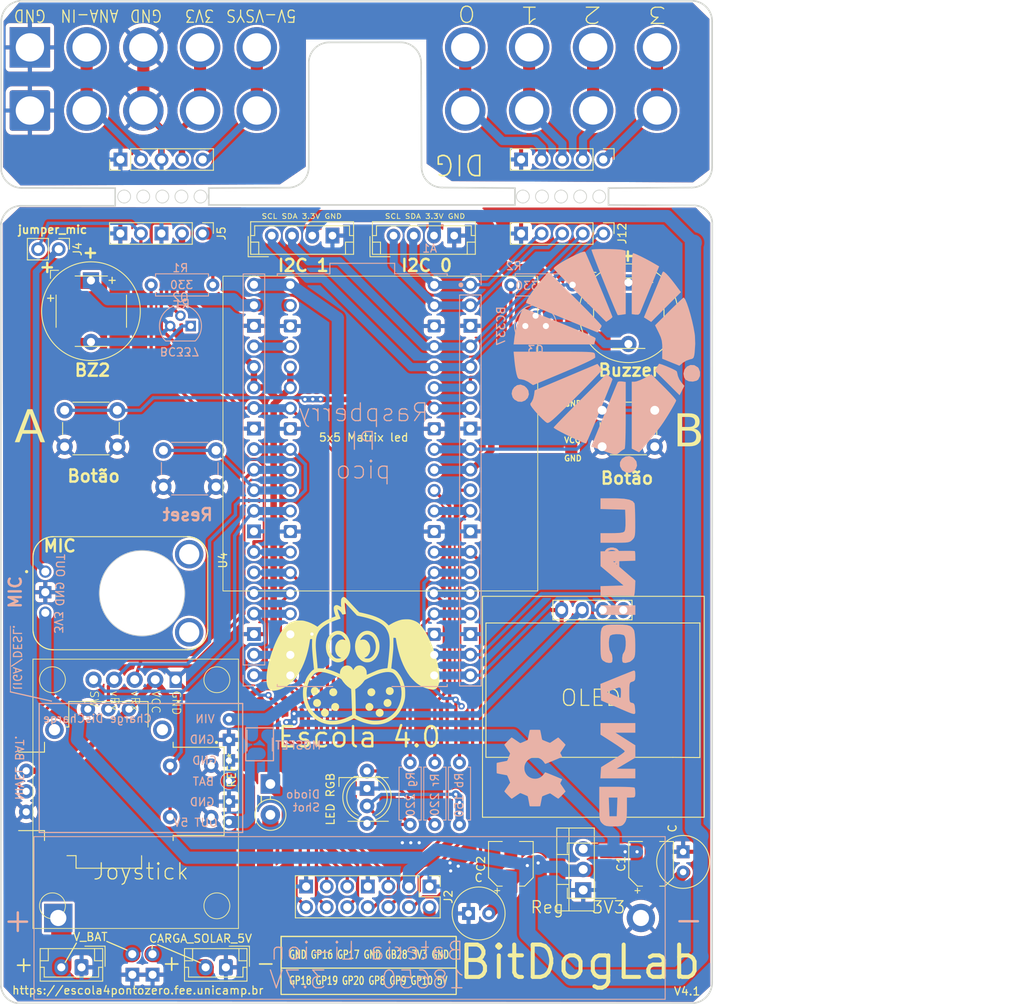
<source format=kicad_pcb>
(kicad_pcb (version 20221018) (generator pcbnew)
  (layers (0 "F.Cu" signal) (31 "B.Cu" signal) (34 "B.Paste" user) (35 "F.Paste" user) (36 "B.SilkS" user "B.Silkscreen") (37 "F.SilkS" user "F.Silkscreen") (38 "B.Mask" user) (39 "F.Mask" user) (44 "Edge.Cuts" user))
  (net 0 "")
  (net 1 "/GP0")
  (net 2 "/GP01")
  (net 3 "GNDREF")
  (net 4 "/GP02")
  (net 5 "/GP03")
  (net 6 "/GP04")
  (net 7 "/pino_07")
  (net 8 "/pino_09")
  (net 9 "/in")
  (net 10 "/GP08")
  (net 11 "/GP09")
  (net 12 "/GP10")
  (net 13 "/GP11")
  (net 14 "/GP12")
  (net 15 "/GP13")
  (net 16 "/pino_19")
  (net 17 "/pino_20")
  (net 18 "/GP16")
  (net 19 "/GP17")
  (net 20 "/GP18")
  (net 21 "/GP19")
  (net 22 "/GP20")
  (net 23 "/GP28")
  (net 24 "3.3_OUT")
  (net 25 "+3.3V")
  (net 26 "VSYS")
  (net 27 "VBUS")
  (net 28 "Net-(BT1-+)")
  (net 29 "Net-(BZ1-+)")
  (net 30 "Net-(BZ3-+)")
  (net 31 "Net-(D1-BA)")
  (net 32 "Net-(Q1-D)")
  (net 33 "Net-(Q2-B)")
  (net 34 "Net-(Q3-B)")
  (net 35 "3.3_OUT_EXT")
  (net 36 "/AGND_EXT")
  (net 37 "/GP28_EXT")
  (net 38 "/GP03_EXT")
  (net 39 "/GP02_EXT")
  (net 40 "/GP01_EXT")
  (net 41 "/GP0_EXT")
  (net 42 "/pino_27")
  (net 43 "/pino_29")
  (net 44 "/pino_30")
  (net 45 "/pino_31")
  (net 46 "/pino_32")
  (net 47 "/pino_37")
  (net 48 "Net-(J4-Pin_1)")
  (net 49 "Net-(D1-GA)")
  (net 50 "Net-(D1-RA)")
  (net 51 "Solar-in")
  (net 52 "/VSYS_EXT")
  (footprint "Connector_Wire:SolderWire-2sqmm_1x02_P7.8mm_D2mm_OD3.9mm" (layer "F.Cu") (at 91.6915 45.7581 90)
    (fp_text reference "J7" hide)
    (fp_text value "GND")
  )
  (footprint "Connector_Wire:SolderWire-2sqmm_1x02_P7.8mm_D2mm_OD3.9mm" (layer "F.Cu") (at 153.3906 45.75175 90)
    (fp_text reference "J16" hide)
    (fp_text value "1")
  )
  (footprint "joystick:XDCR_COM-09032" (layer "F.Cu") (at 101.3968 129.8956 -90)
    (fp_text reference "REF**")
    (fp_text value "JOYSTICK")
  )
  (footprint "Connector_JST:JST_EH_B4B-EH-A_1x04_P2.50mm_Vertical" (layer "F.Cu") (at 136.6288 61.214)
    (fp_text reference "J101" hide)
    (fp_text value "JST_EH_B4B-EH-A_1x04_P2.50mm_Vertical" hide)
  )
  (footprint "Button_Switch_THT:SW_PUSH_6mm" (layer "F.Cu") (at 95.989 82.804)
    (fp_text reference "SW2" hide)
    (fp_text value "Botão")
  )
  (footprint "Buzzer_Beeper:Buzzer_12x9.5RM7.6" (layer "F.Cu") (at 165.66 67.01 -90)
    (fp_text reference "BZ3" hide)
    (fp_text value "Buzzer_B")
  )
  (footprint "Capacitor_THT:C_Radial_D6.3mm_H7.0mm_P2.50mm" (layer "F.Cu") (at 145.8976 144.9832)
    (fp_text reference "C")
    (fp_text value "C_Radial_D6.3mm_H7.0mm_P2.50mm" hide)
  )
  (footprint "Connector_PinHeader_2.54mm:PinHeader_1x05_P2.54mm_Vertical" (layer "F.Cu") (at 162.555 51.80965 -90)
    (fp_text reference "J13" hide)
    (fp_text value "Conn_01x05_Pin" hide)
  )
  (footprint "Connector_JST:JST_EH_B2B-EH-A_1x02_P2.50mm_Vertical" (layer "F.Cu") (at 115.911 151.638 180)
    (fp_text reference "CARGA_SOLAR_5V")
    (fp_text value "JST_EH_B2B-EH-A_1x02_P2.50mm_Vertical" hide)
  )
  (footprint "Buzzer_Beeper:MagneticBuzzer_CUI_CMT-8504-100-SMT" (layer "F.Cu") (at 165.7025 70.81)
    (fp_text reference "BZ4" hide)
    (fp_text value "Buzzer_B_SMD")
  )
  (footprint "Buzzer_Beeper:MagneticBuzzer_CUI_CMT-8504-100-SMT" (layer "F.Cu") (at 99.2815 70.556)
    (fp_text reference "BZ2")
    (fp_text value "Buzzer_A_SMD")
  )
  (footprint "LED_THT:LED_D5.0mm-4_RGB_Wide_Pins" (layer "F.Cu") (at 133.35 127.381 -90)
    (fp_text reference "D2" hide)
    (fp_text value "LED_RAGB")
  )
  (footprint "matrix5x5:Ws2812_led_5050_rgb_5x5" (layer "F.Cu") (at 115.55 66.23)
    (fp_text reference "J14" hide)
    (fp_text value "5x5 Matrix led")
  )
  (footprint "" (layer "F.Cu") (at 104.35 152.55)
    (fp_text reference "a100" hide)
    (fp_text value "")
  )
  (footprint "user_1063:MODULE_1063" (layer "F.Cu") (at 102.87 105.41 -90)
    (fp_text reference "U4")
    (fp_text value "MIC")
  )
  (footprint "Diode_THT:D_DO-15_P3.81mm_Vertical_KathodeUp" (layer "F.Cu") (at 121.412 128.986 -90)
    (fp_text reference "Diode Shottky" hide)
    (fp_text value "D_DO-15_P3.81mm_Vertical_KathodeUp" hide)
  )
  (footprint "Connector_Wire:SolderWire-2sqmm_1x02_P7.8mm_D2mm_OD3.9mm" (layer "F.Cu") (at 105.7123 45.7581 90)
    (fp_text reference "J9" hide)
    (fp_text value "GND")
  )
  (footprint "" (layer "F.Cu") (at 104.3432 150.0124)
    (fp_text reference "a102" hide)
    (fp_text value "")
  )
  (footprint "" (layer "F.Cu") (at 106.85 152.55)
    (fp_text reference "a101" hide)
    (fp_text value "")
  )
  (footprint "Connector_Wire:SolderWire-2sqmm_1x02_P7.8mm_D2mm_OD3.9mm" (layer "F.Cu") (at 112.7227 45.7581 90)
    (fp_text reference "J10" hide)
    (fp_text value "3V3")
  )
  (footprint "Connector_PinHeader_2.54mm:PinHeader_2x07_P2.54mm_Vertical" (layer "F.Cu") (at 141.0716 141.6558 -90)
    (fp_text reference "J2")
    (fp_text value "conector_idc")
  )
  (footprint "Connector_JST:JST_EH_B2B-EH-A_1x02_P2.50mm_Vertical" (layer "F.Cu") (at 98.0748 151.638 180)
    (fp_text reference "V_BAT")
    (fp_text value "JST_EH_B2B-EH-A_1x02_P2.50mm_Vertical" hide)
  )
  (footprint "Downloads:logo bitDog 25mm" (layer "F.Cu") (at 131.7864 114.3)
    (fp_text reference "G1" hide)
    (fp_text value "LOGO" hide)
  )
  (footprint "Capacitor_SMD:CP_Elec_5x5.9" (layer "F.Cu") (at 151.13 138.8509 90)
    (fp_text reference "C2")
    (fp_text value "C_Polarized_Small" hide)
  )
  (footprint "Connector_PinHeader_2.54mm:PinHeader_1x02_P2.54mm_Vertical" (layer "F.Cu") (at 95.25 62.8904 -90)
    (fp_text reference "J4")
    (fp_text value "jumper_mic")
  )
  (footprint "Connector_PinHeader_2.54mm:PinHeader_1x05_P2.54mm_Vertical" (layer "F.Cu") (at 162.555 60.96 -90)
    (fp_text reference "J12")
    (fp_text value "Conn_01x05_Pin")
  )
  (footprint "user_ky-023-joystick-module-1.snapshot.4:ky-023" (layer "F.Cu") (at 117.465 113.56 -90)
    (fp_text reference "J19" hide)
    (fp_text value "JOYSTICK")
  )
  (footprint "Connector_Wire:SolderWire-2sqmm_1x02_P7.8mm_D2mm_OD3.9mm" (layer "F.Cu") (at 169.1894 45.75175 90)
    (fp_text reference "J18" hide)
    (fp_text value "3")
  )
  (footprint "Connector_Wire:SolderWire-2sqmm_1x02_P7.8mm_D2mm_OD3.9mm" (layer "F.Cu") (at 145.4912 45.75175 90)
    (fp_text reference "J15" hide)
    (fp_text value "0")
  )
  (footprint "Buzzer_Beeper:Buzzer_12x9.5RM7.6" (layer "F.Cu") (at 99.239 66.756 -90)
    (fp_text reference "BZ1" hide)
    (fp_text value "Buzzer_A")
  )
  (footprint "Package_TO_SOT_THT:TO-220-3_Vertical" (layer "F.Cu") (at 160.0708 142.0876 90)
    (fp_text reference "U1" hide)
    (fp_text value "3.3v_tht")
  )
  (footprint "" (layer "F.Cu") (at 106.8432 150.0124)
    (fp_text reference "a103" hide)
    (fp_text value "")
  )
  (footprint "Connector_Wire:SolderWire-2sqmm_1x02_P7.8mm_D2mm_OD3.9mm" (layer "F.Cu") (at 161.29 45.75175 90)
    (fp_text reference "J17" hide)
    (fp_text value "2")
  )
  (footprint "Package_TO_SOT_SMD:SOT-223" (layer "F.Cu") (at 160.02 139.7 180)
    (fp_text reference "Reg   3V3")
    (fp_text value "3.3v_smd")
  )
  (footprint "Connector_JST:JST_EH_B4B-EH-A_1x04_P2.50mm_Vertical" (layer "F.Cu") (at 121.5828 61.214)
    (fp_text reference "J100" hide)
    (fp_text value "JST_EH_B4B-EH-A_1x04_P2.50mm_Vertical" hide)
  )
  (footprint "Button_Switch_THT:SW_PUSH_6mm" (layer "F.Cu") (at 162.41 82.804)
    (fp_text reference "SW3" hide)
    (fp_text value "Button_B" hide)
  )
  (footprint "Connector_Wire:SolderWire-2sqmm_1x02_P7.8mm_D2mm_OD3.9mm" (layer "F.Cu") (at 119.7331 45.7581 90)
    (fp_text reference "J11" hide)
    (fp_text value "5V-VSYS")
  )
  (footprint "user_SSD1306:128x64OLED" (layer "F.Cu") (at 161.0238 118.0928)
    (fp_text reference "OLED")
    (fp_text value "SSD1306")
  )
  (footprint "Capacitor_SMD:CP_Elec_5x5.9" (layer "F.Cu") (at 168.4588 138.8509 90)
    (fp_text reference "C1")
    (fp_text value "C_Polarized_Small" hide)
  )
  (footprint "Connector_PinHeader_2.54mm:PinHeader_1x05_P2.54mm_Vertical" (layer "F.Cu") (at 113.03 60.95 -90)
    (fp_text reference "J5")
    (fp_text value "Conn_01x05_Pin")
  )
  (footprint "Connector_PinHeader_2.54mm:PinHeader_1x05_P2.54mm_Vertical" (layer "F.Cu") (at 102.88 51.816 90)
    (fp_text reference "J6" hide)
    (fp_text value "Conn_01x05_Pin")
  )
  (footprint "Capacitor_THT:C_Radial_D6.3mm_H7.0mm_P2.50mm" (layer "F.Cu") (at 172.4152 137.3632 -90)
    (fp_text reference "C")
    (fp_text value "C_Radial_D6.3mm_H7.0mm_P2.50mm" hide)
  )
  (footprint "Connector_Wire:SolderWire-2sqmm_1x02_P7.8mm_D2mm_OD3.9mm" (layer "F.Cu") (at 98.7019 45.7581 90)
    (fp_text reference "J8" hide)
    (fp_text value "ANA-IN")
  )
  (footprint "LED_SMD:LED_RGB_5050-6" (layer "F.Cu") (at 133.49 130.895)
    (fp_text reference "LED RGB")
    (fp_text value "LED_RGB_SMD")
  )
  (footprint "Battery:BatteryHolder_MPD_BH-18650-PC2" (layer "B.Cu") (at 95.1992 145.542)
    (fp_text reference "BT1" hide)
    (fp_text value "Battery_Cell")
  )
  (footprint "Resistor_THT:R_Axial_DIN0207_L6.3mm_D2.5mm_P7.62mm_Horizontal" (layer "B.Cu") (at 138.684 133.985 90)
    (fp_text reference "Rg 220")
    (fp_text value "150")
  )
  (footprint "Button_Switch_THT:SW_PUSH_6mm" (layer "B.Cu") (at 114.6941 87.7613 180)
    (fp_text reference "SW1" hide)
    (fp_text value "Reset")
  )
  (footprint "LOGO" (layer "B.Cu") (at 153.67 127 -90)
    (fp_text reference "G3" hide)
    (fp_text value "LOGO" hide)
  )
  (footprint "Downloads:unicamp V2A" (layer "B.Cu") (at 163.689734 101.106913 -90)
    (fp_text reference "G2")
    (fp_text value "LOGO" hide)
  )
  (footprint "Package_TO_SOT_SMD:SOT-23-3" (layer "B.Cu") (at 120.0912 124.1099 -90)
    (fp_text reference "Q1" hide)
    (fp_text value "DMG2305UX-13")
  )
  (footprint "Package_TO_SOT_THT:TO-92" (layer "B.Cu") (at 155.4592 72.39 180)
    (fp_text reference "Q3")
    (fp_text value "BC337")
  )
  (footprint "Resistor_THT:R_Axial_DIN0207_L6.3mm_D2.5mm_P7.62mm_Horizontal" (layer "B.Cu") (at 144.78 133.985 90)
    (fp_text reference "Rb 150")
    (fp_text value "150")
  )
  (footprint "Package_TO_SOT_THT:TO-92" (layer "B.Cu") (at 111.568 72.39 180)
    (fp_text reference "Q2")
    (fp_text value "BC337")
  )
  (footprint "Connector_PinHeader_2.54mm:PinHeader_1x20_P2.54mm_Vertical" (layer "B.Cu") (at 146.1262 67.2846 180)
    (fp_text reference "J1" hide)
    (fp_text value "Conn_01x20_Socket" hide)
  )
  (footprint "Resistor_THT:R_Axial_DIN0207_L6.3mm_D2.5mm_P7.62mm_Horizontal" (layer "B.Cu") (at 106.68 67.31)
    (fp_text reference "R1")
    (fp_text value "330")
  )
  (footprint "Resistor_THT:R_Axial_DIN0207_L6.3mm_D2.5mm_P7.62mm_Horizontal" (layer "B.Cu") (at 151.13 67.31)
    (fp_text reference "R2" hide)
    (fp_text value "330")
  )
  (footprint "user_HW775-main:Charger2A" (layer "B.Cu") (at 93.0329 119.2903)
    (fp_text reference "Charge DisCharge")
    (fp_text value "BAT (DIS)CHARGE")
  )
  (footprint "Connector_PinHeader_2.54mm:PinHeader_1x20_P2.54mm_Vertical" (layer "B.Cu") (at 119.38 115.5446)
    (fp_text reference "J3" hide)
    (fp_text value "Conn_01x20_Socket" hide)
  )
  (footprint "Resistor_THT:R_Axial_DIN0207_L6.3mm_D2.5mm_P7.62mm_Horizontal" (layer "B.Cu") (at 141.732 133.985 90)
    (fp_text reference "Rr 220")
    (fp_text value "220")
  )
  (footprint "user_Raspberry_Pi_Pico_W_Kicad_Files-main:MODULE_SC0918" (layer "B.Cu") (at 132.7674 91.44 180)
    (fp_text reference "A1")
    (fp_text value "SC0918")
  )
  (gr_line (start 89.281 117.602) (end 94.361 118.745) (stroke (width 0.15)) (layer "B.SilkS"))
  (gr_line (start 89.281 117.602) (end 89.281 109.474) (stroke (width 0.1)) (layer "B.SilkS"))
  (gr_rect (start 118.364 122.047) (end 121.793 126.111) (stroke (width 0.15)) (fill none) (layer "B.SilkS"))
  (gr_rect (start 122.7328 147.828) (end 144.3736 154.9908) (stroke (width 0.15)) (fill none) (layer "F.SilkS"))
  (gr_line (start 101.1936 148.4376) (end 103.6828 149.5044) (stroke (width 0.15)) (layer "F.SilkS"))
  (gr_line (start 97.4344 148.6408) (end 96.0628 151.0284) (stroke (width 0.15)) (layer "F.SilkS"))
  (gr_rect (start 122.7328 147.828) (end 144.3736 151.7396) (stroke (width 0.15)) (fill none) (layer "F.SilkS"))
  (gr_line (start 106.8324 148.8948) (end 106.7816 149.352) (stroke (width 0.15)) (layer "F.SilkS"))
  (gr_line (start 107.4928 148.844) (end 112.776 151.0792) (stroke (width 0.15)) (layer "F.SilkS"))
  (gr_line (start 137.501086 37.334245) (end 128.690914 37.341817) (stroke (width 0.2)) (layer "Edge.Cuts"))
  (gr_arc (start 88.0984 59.981437) (mid 88.866578 58.244128) (end 90.6272 57.531) (stroke (width 0.2)) (layer "Edge.Cuts"))
  (gr_arc (start 126.151638 52.753354) (mid 125.407697 54.549396) (end 123.611638 55.293354) (stroke (width 0.2)) (layer "Edge.Cuts"))
  (gr_arc (start 126.15086 39.881818) (mid 126.894821 38.08574) (end 128.690914 37.341817) (stroke (width 0.2)) (layer "Edge.Cuts"))
  (gr_line (start 90.6272 57.531) (end 102.235 57.531) (stroke (width 0.2)) (layer "Edge.Cuts"))
  (gr_arc (start 90.696049 55.330258) (mid 89.053836 54.743128) (end 88.156052 53.247946) (stroke (width 0.2)) (layer "Edge.Cuts"))
  (gr_circle (center 105.699 56.388) (end 106.499 56.388) (stroke (width 0.1)) (fill none) (layer "Edge.Cuts"))
  (gr_circle (center 154.975 56.388) (end 155.775 56.388) (stroke (width 0.1)) (fill none) (layer "Edge.Cuts"))
  (gr_arc (start 173.463949 32.202048) (mid 175.259987 32.946011) (end 176.003949 34.742048) (stroke (width 0.2)) (layer "Edge.Cuts"))
  (gr_line (start 173.463949 156.083) (end 90.486 156.092685) (stroke (width 0.2)) (layer "Edge.Cuts"))
  (gr_circle (center 108.058 56.388) (end 108.858 56.388) (stroke (width 0.1)) (fill none) (layer "Edge.Cuts"))
  (gr_line (start 173.463949 55.279946) (end 163.195 55.3466) (stroke (width 0.2)) (layer "Edge.Cuts"))
  (gr_arc (start 88.156051 34.742048) (mid 88.899987 32.945984) (end 90.696051 32.202048) (stroke (width 0.2)) (layer "Edge.Cuts"))
  (gr_arc (start 90.486 156.092685) (mid 88.825941 155.438344) (end 88.0984 153.809037) (stroke (width 0.2)) (layer "Edge.Cuts"))
  (gr_circle (center 112.776 56.388) (end 113.576 56.388) (stroke (width 0.1)) (fill none) (layer "Edge.Cuts"))
  (gr_circle (center 152.616 56.388) (end 153.416 56.388) (stroke (width 0.1)) (fill none) (layer "Edge.Cuts"))
  (gr_line (start 102.235 55.3466) (end 90.696049 55.330258) (stroke (width 0.2)) (layer "Edge.Cuts"))
  (gr_line (start 151.638 55.3466) (end 151.638 57.4294) (stroke (width 0.2)) (layer "Edge.Cuts"))
  (gr_circle (center 103.34 56.388) (end 104.14 56.388) (stroke (width 0.1)) (fill none) (layer "Edge.Cuts"))
  (gr_line (start 88.156052 53.247946) (end 88.156051 34.742048) (stroke (width 0.2)) (layer "Edge.Cuts"))
  (gr_arc (start 137.501086 37.334245) (mid 139.297101 38.078186) (end 140.041086 39.874182) (stroke (width 0.2)) (layer "Edge.Cuts"))
  (gr_line (start 176.003949 34.742048) (end 176.003949 52.739946) (stroke (width 0.2)) (layer "Edge.Cuts"))
  (gr_arc (start 173.8488 57.492237) (mid 175.431181 58.226471) (end 176.022 59.8678) (stroke (width 0.2)) (layer "Edge.Cuts"))
  (gr_line (start 126.15086 39.881818) (end 126.151638 52.753354) (stroke (width 0.2)) (layer "Edge.Cuts"))
  (gr_circle (center 105.551613 105.41) (end 110.8202 105.41) (stroke (width 0.1)) (fill none) (layer "Edge.Cuts"))
  (gr_line (start 151.638 55.3466) (end 142.630635 55.274348) (stroke (width 0.2)) (layer "Edge.Cuts"))
  (gr_line (start 163.195 55.3466) (end 163.195 57.4294) (stroke (width 0.2)) (layer "Edge.Cuts"))
  (gr_arc (start 176.003949 52.739946) (mid 175.259987 54.535985) (end 173.463949 55.279946) (stroke (width 0.2)) (layer "Edge.Cuts"))
  (gr_line (start 113.792 57.4294) (end 151.638 57.4294) (stroke (width 0.2)) (layer "Edge.Cuts"))
  (gr_circle (center 159.693 56.388) (end 160.493 56.388) (stroke (width 0.1)) (fill none) (layer "Edge.Cuts"))
  (gr_line (start 123.611638 55.293354) (end 113.792 55.3466) (stroke (width 0.2)) (layer "Edge.Cuts"))
  (gr_line (start 173.8488 57.492237) (end 163.195 57.4294) (stroke (width 0.2)) (layer "Edge.Cuts"))
  (gr_circle (center 110.417 56.388) (end 111.217 56.388) (stroke (width 0.1)) (fill none) (layer "Edge.Cuts"))
  (gr_circle (center 162.052 56.388) (end 162.852 56.388) (stroke (width 0.1)) (fill none) (layer "Edge.Cuts"))
  (gr_line (start 113.792 55.3466) (end 113.792 57.4294) (stroke (width 0.2)) (layer "Edge.Cuts"))
  (gr_line (start 176.022 59.8678) (end 176.003949 153.524963) (stroke (width 0.2)) (layer "Edge.Cuts"))
  (gr_arc (start 176.003949 153.524963) (mid 175.261068 155.327379) (end 173.463949 156.083) (stroke (width 0.2)) (layer "Edge.Cuts"))
  (gr_arc (start 142.630635 55.274348) (mid 140.834566 54.530402) (end 140.090635 52.734348) (stroke (width 0.2)) (layer "Edge.Cuts"))
  (gr_circle (center 157.334 56.388) (end 158.134 56.388) (stroke (width 0.1)) (fill none) (layer "Edge.Cuts"))
  (gr_line (start 88.0984 153.809037) (end 88.0984 59.981437) (stroke (width 0.2)) (layer "Edge.Cuts"))
  (gr_line (start 90.696051 32.202048) (end 173.463949 32.202048) (stroke (width 0.2)) (layer "Edge.Cuts"))
  (gr_line (start 140.090635 52.734348) (end 140.041086 39.874182) (stroke (width 0.2)) (layer "Edge.Cuts"))
  (gr_line (start 102.235 55.3466) (end 102.235 57.531) (stroke (width 0.2)) (layer "Edge.Cuts"))
  (gr_text "Bateria Li-ion\n18650    3.7V" (at 133.35 151.384) (layer "B.SilkS") (effects (font (size 2.2 2.2)) (justify mirror)))
  (gr_text "GND" (at 113.284 126.0856) (layer "B.SilkS") (effects (font (size 1 1)) (justify mirror)))
  (gr_text "Diodo\nShot" (at 127.635 132.461) (layer "B.SilkS") (effects (font (size 1 1)) (justify left bottom mirror)))
  (gr_text "GND" (at 112.9792 131.2164) (layer "B.SilkS") (effects (font (size 1 1)) (justify mirror)))
  (gr_text "3V3\n" (at 95.1992 109 270) (layer "B.SilkS") (effects (font (size 1 1)) (justify mirror)))
  (gr_text "Raspberry\nPI\npico" (at 132.8928 86.614) (layer "B.SilkS") (effects (font (size 2.2 2.2)) (justify mirror)))
  (gr_text "GND\n" (at 95.4278 105.5 90) (layer "B.SilkS") (effects (font (size 1 1)) (justify mirror)))
  (gr_text "GND" (at 112.9792 123.4948) (layer "B.SilkS") (effects (font (size 1 1)) (justify mirror)))
  (gr_text "VIN" (at 113.3348 120.9548) (layer "B.SilkS") (effects (font (size 1 1)) (justify mirror)))
  (gr_text "NIVEL BAT." (at 89.789 131.064 270) (layer "B.SilkS") (effects (font (size 1 1)) (justify left bottom mirror)))
  (gr_text "lIGA/DESL." (at 89.535 117.475 -90) (layer "B.SilkS") (effects (font (size 1 1)) (justify left bottom mirror)))
  (gr_text "+" (at 92.2528 147.5232) (layer "B.SilkS") (effects (font (size 3 3) (thickness 0.3) bold) (justify left bottom mirror)))
  (gr_text "OUT\n" (at 95.4278 102 270) (layer "B.SilkS") (effects (font (size 1 1)) (justify mirror)))
  (gr_text "BC337" (at 110.1852 75.5396 180) (layer "B.SilkS") (effects (font (size 1 1)) (justify mirror)))
  (gr_text "BAT" (at 113.1316 128.6764) (layer "B.SilkS") (effects (font (size 1 1)) (justify mirror)))
  (gr_text "OUT 5V" (at 112.1664 133.7564) (layer "B.SilkS") (effects (font (size 1 1)) (justify mirror)))
  (gr_text "MOSFET" (at 124.841 124.206) (layer "B.SilkS") (effects (font (size 1 1)) (justify mirror)))
  (gr_text "-" (at 175.1584 147.4724) (layer "B.SilkS") (effects (font (size 3 3) (thickness 0.3) bold) (justify left bottom mirror)))
  (gr_text "+      -" (at 107.8484 152.2476) (layer "F.SilkS") (effects (font (size 2 2) (thickness 0.2)) (justify left bottom)))
  (gr_text "V4.1" (at 171.196 155.194) (layer "F.SilkS") (effects (font (size 1 1)) (justify left bottom)))
  (gr_text "+" (at 98.044 64.135) (layer "F.SilkS") (effects (font (size 1.5 1.5) (thickness 0.3) bold) (justify left bottom)))
  (gr_text "+" (at 92.71 65.913) (layer "F.SilkS") (effects (font (size 1.5 1.5) (thickness 0.3) bold) (justify left bottom)))
  (gr_text "I2C 1" (at 122.174 65.786) (layer "F.SilkS") (effects (font (size 1.5 1.5) (thickness 0.3) bold) (justify left bottom)))
  (gr_text "GND GP16 GP17 GND GB28 3V3 GND\n\nGP18 GP19 GP20 GP8 GP9 GP10 5V" (at 123.6472 153.8732) (layer "F.SilkS") (effects (font (size 1 0.7)) (justify left bottom)))
  (gr_text "SCL SDA 3.3V GND" (at 135.509 59.182) (layer "F.SilkS") (effects (font (size 0.6 0.7) (thickness 0.1) bold) (justify left bottom)))
  (gr_text "+     " (at 89.5604 152.4) (layer "F.SilkS") (effects (font (size 2 2) (thickness 0.2)) (justify left bottom)))
  (gr_text "Escola 4.0" (at 132.396 123.19) (layer "F.SilkS") (effects (font (size 2.5 2.5) (thickness 0.3))))
  (gr_text "+" (at 164.465 64.516) (layer "F.SilkS") (effects (font (size 1.5 1.5) (thickness 0.3) bold) (justify left bottom)))
  (gr_text "Joystick" (at 99.3648 140.97) (layer "F.SilkS") (effects (font (size 2 2)) (justify left bottom)))
  (gr_text "BitDogLab             " (at 179.451 151.003) (layer "F.SilkS") (effects (font (size 4 4) (thickness 0.5))))
  (gr_text "SCL SDA 3.3V GND" (at 120.269 59.182) (layer "F.SilkS") (effects (font (size 0.6 0.7) (thickness 0.1) bold) (justify left bottom)))
  (gr_text "+" (at 159.131 66.167) (layer "F.SilkS") (effects (font (size 1.5 1.5) (thickness 0.3) bold) (justify left bottom)))
  (gr_text "I2C 0" (at 137.414 65.786) (layer "F.SilkS") (effects (font (size 1.5 1.5) (thickness 0.3) bold) (justify left bottom)))
  (gr_text "DIG" (at 144.78 52.451 180) (layer "F.SilkS") (effects (font (size 2.5 2.5) (thickness 0.2))))
  (gr_text "Botão" (at 165.481 91.186) (layer "F.SilkS") (effects (font (size 1.5 1.5) (thickness 0.3) bold)))
  (gr_text "https://escola4pontozero.fee.unicamp.br" (at 89.408 155.067) (layer "F.SilkS") (effects (font (size 1 1)) (justify left bottom)))
  (gr_text "A" (at 91.694 85.09) (layer "F.SilkS") (effects (font (size 4 4))))
  (gr_text "MIC" (at 95.377 99.568) (layer "F.SilkS") (effects (font (size 1.5 1.5) (thickness 0.3) bold)))
  (gr_text "GND\n\nIN\n\nVCC\n\nGND\n" (at 157.6324 89.154) (layer "F.SilkS") (effects (font (size 0.7 0.7)) (justify left bottom)))
  (gr_text "B" (at 173.101 85.598) (layer "F.SilkS") (effects (font (size 4 4))))
  (gr_text "Buzzer" (at 165.735 77.851) (layer "F.SilkS") (effects (font (size 1.5 1.5) (thickness 0.3) bold)))
  (segment (start 148.3777 67.2846) (end 154.7023 60.96) (width 0.4) (layer "B.Cu") (net 1))
  (segment (start 146.1262 67.2846) (end 144.8743 67.2846) (width 0.4) (layer "B.Cu") (net 1))
  (segment (start 154.7023 60.96) (end 154.935 60.96) (width 0.4) (layer "B.Cu") (net 1))
  (segment (start 146.1008 67.31) (end 146.1262 67.2846) (width 1) (layer "B.Cu") (net 1))
  (segment (start 139.065 64.7176) (end 139.065 61.2778) (width 1) (layer "B.Cu") (net 1))
  (segment (start 139.065 61.2778) (end 139.1288 61.214) (width 1) (layer "B.Cu") (net 1))
  (segment (start 146.1262 67.2846) (end 148.3777 67.2846) (width 0.4) (layer "B.Cu") (net 1))
  (segment (start 141.6574 67.31) (end 139.065 64.7176) (width 1) (layer "B.Cu") (net 1))
  (segment (start 141.6574 67.31) (end 146.1008 67.31) (width 1) (layer "B.Cu") (net 1))
  (segment (start 141.6574 69.85) (end 141.6574 69.7754) (width 1) (layer "B.Cu") (net 2))
  (segment (start 146.1262 69.8246) (end 144.8743 69.8246) (width 0.4) (layer "B.Cu") (net 2))
  (segment (start 136.652 61.2372) (end 136.6288 61.214) (width 1) (layer "B.Cu") (net 2))
  (segment (start 136.652 64.77) (end 136.652 61.2372) (width 1) (layer "B.Cu") (net 2))
  (segment (start 155.7462 62.6888) (end 157.475 60.96) (width 0.4) (layer "B.Cu") (net 2))
  (segment (start 141.6574 69.85) (end 146.1008 69.85) (width 1) (layer "B.Cu") (net 2))
  (segment (start 153.9732 62.6888) (end 155.7462 62.6888) (width 0.4) (layer "B.Cu") (net 2))
  (segment (start 146.8374 69.8246) (end 153.9732 62.6888) (width 0.4) (layer "B.Cu") (net 2))
  (segment (start 146.1008 69.85) (end 146.1262 69.8246) (width 1) (layer "B.Cu") (net 2))
  (segment (start 146.1262 69.8246) (end 146.8374 69.8246) (width 0.4) (layer "B.Cu") (net 2))
  (segment (start 141.6574 69.7754) (end 136.652 64.77) (width 1) (layer "B.Cu") (net 2))
  (via (at 126.5428 110.4646) (size 0.8) (drill 0.4) (layers "F.Cu" "B.Cu") (net 3))
  (via (at 137.7188 136.2456) (size 0.8) (drill 0.4) (layers "F.Cu" "B.Cu") (net 3))
  (via (at 139.8016 136.2456) (size 0.8) (drill 0.4) (layers "F.Cu" "B.Cu") (net 3))
  (via (at 144.6276 139.1412) (size 0.8) (drill 0.4) (layers "F.Cu" "B.Cu") (net 3))
  (via (at 138.7602 136.2456) (size 0.8) (drill 0.4) (layers "F.Cu" "B.Cu") (net 3))
  (via (at 143.6878 139.7254) (size 0.8) (drill 0.4) (layers "F.Cu" "B.Cu") (net 3))
  (via (at 143.6116 138.7348) (size 0.8) (drill 0.4) (layers "F.Cu" "B.Cu") (net 3))
  (segment (start 146.1262 74.9046) (end 160.015 61.0158) (width 0.4) (layer "B.Cu") (net 4))
  (segment (start 129.921 64.389) (end 126.111 64.389) (width 1) (layer "B.Cu") (net 4))
  (segment (start 141.6574 74.93) (end 140.462 74.93) (width 1) (layer "B.Cu") (net 4))
  (segment (start 124.0828 62.3608) (end 124.0828 61.214) (width 1) (layer "B.Cu") (net 4))
  (segment (start 140.462 74.93) (end 129.921 64.389) (width 1) (layer "B.Cu") (net 4))
  (segment (start 146.1008 74.93) (end 146.1262 74.9046) (width 1) (layer "B.Cu") (net 4))
  (segment (start 141.6574 74.93) (end 146.1008 74.93) (width 1) (layer "B.Cu") (net 4))
  (segment (start 160.015 61.0158) (end 160.015 60.96) (width 0.4) (layer "B.Cu") (net 4))
  (segment (start 146.1262 74.9046) (end 144.8743 74.9046) (width 0.4) (layer "B.Cu") (net 4))
  (segment (start 126.111 64.389) (end 124.0828 62.3608) (width 1) (layer "B.Cu") (net 4))
  (segment (start 141.6574 77.47) (end 138.811 77.47) (width 1) (layer "B.Cu") (net 5))
  (segment (start 125.984 66.548) (end 121.5828 62.1468) (width 1) (layer "B.Cu") (net 5))
  (segment (start 146.1008 77.47) (end 146.1262 77.4446) (width 1) (layer "B.Cu") (net 5))
  (segment (start 141.6574 77.47) (end 146.1008 77.47) (width 1) (layer "B.Cu") (net 5))
  (segment (start 138.811 77.47) (end 127.889 66.548) (width 1) (layer "B.Cu") (net 5))
  (segment (start 127.889 66.548) (end 125.984 66.548) (width 1) (layer "B.Cu") (net 5))
  (segment (start 161.9155 60.96) (end 162.555 60.96) (width 0.4) (layer "B.Cu") (net 5))
  (segment (start 146.1262 76.7588) (end 146.939 75.946) (width 0.4) (layer "B.Cu") (net 5))
  (segment (start 146.1262 77.4446) (end 144.8743 77.4446) (width 0.4) (layer "B.Cu") (net 5))
  (segment (start 146.939 75.946) (end 146.939 75.9365) (width 0.4) (layer "B.Cu") (net 5))
  (segment (start 121.5828 62.1468) (end 121.5828 61.214) (width 1) (layer "B.Cu") (net 5))
  (segment (start 146.1262 77.4446) (end 146.1262 76.7588) (width 0.4) (layer "B.Cu") (net 5))
  (segment (start 146.939 75.9365) (end 161.9155 60.96) (width 0.4) (layer "B.Cu") (net 5))
  (segment (start 151.13 74.2766) (end 151.13 67.31) (width 0.4) (layer "F.Cu") (net 6))
  (segment (start 146.1262 78.7327) (end 146.6739 78.7327) (width 0.4) (layer "F.Cu") (net 6))
  (segment (start 146.1262 79.9846) (end 146.1262 78.7327) (width 0.4) (layer "F.Cu") (net 6))
  (segment (start 146.6739 78.7327) (end 151.13 74.2766) (width 0.4) (layer "F.Cu") (net 6))
  (segment (start 146.1008 80.01) (end 146.1262 79.9846) (width 1) (layer "B.Cu") (net 6))
  (segment (start 146.1262 79.9846) (end 144.8743 79.9846) (width 0.4) (layer "B.Cu") (net 6))
  (segment (start 141.6574 80.01) (end 146.1008 80.01) (width 1) (layer "B.Cu") (net 6))
  (segment (start 125.6792 81.4557) (end 140.5631 81.4557) (width 0.7) (layer "F.Cu") (net 7))
  (segment (start 140.5631 81.4557) (end 141.6574 82.55) (width 0.7) (layer "F.Cu") (net 7))
  (via (at 126.6444 81.4324) (size 0.8) (drill 0.4) (layers "F.Cu" "B.Cu") (net 7))
  (via (at 127.6096 81.4324) (size 0.8) (drill 0.4) (layers "F.Cu" "B.Cu") (net 7))
  (via (at 125.6792 81.4557) (size 0.8) (drill 0.4) (layers "F.Cu" "B.Cu") (net 7))
  (segment (start 146.1262 82.5246) (end 146.1008 82.55) (width 1) (layer "B.Cu") (net 7))
  (segment (start 125.6792 81.4557) (end 127.5863 81.4557) (width 0.7) (layer "B.Cu") (net 7))
  (segment (start 146.1008 82.55) (end 141.6574 82.55) (width 1) (layer "B.Cu") (net 7))
  (segment (start 127.6096 81.4324) (end 127.4318 81.2546) (width 0.4) (layer "B.Cu") (net 7))
  (segment (start 127.5863 81.4557) (end 127.6096 81.4324) (width 0.4) (layer "B.Cu") (net 7))
  (segment (start 105.3846 82.804) (end 106.934 81.2546) (width 0.4) (layer "B.Cu") (net 7))
  (segment (start 144.8743 82.5246) (end 146.1262 82.5246) (width 0.4) (layer "B.Cu") (net 7))
  (segment (start 95.989 82.804) (end 105.3846 82.804) (width 0.4) (layer "B.Cu") (net 7))
  (segment (start 127.4318 81.2546) (end 106.934 81.2546) (width 0.4) (layer "B.Cu") (net 7))
  (segment (start 159.2834 87.6046) (end 146.1262 87.6046) (width 0.4) (layer "B.Cu") (net 8))
  (segment (start 146.1008 87.63) (end 146.1262 87.6046) (width 1) (layer "B.Cu") (net 8))
  (segment (start 146.1262 87.6046) (end 144.8743 87.6046) (width 0.4) (layer "B.Cu") (net 8))
  (segment (start 162.41 82.804) (end 160.147 85.067) (width 0.4) (layer "B.Cu") (net 8))
  (segment (start 168.91 82.804) (end 162.41 82.804) (width 0.4) (layer "B.Cu") (net 8))
  (segment (start 141.6574 87.63) (end 146.1008 87.63) (width 1) (layer "B.Cu") (net 8))
  (segment (start 160.147 85.067) (end 160.147 86.741) (width 0.4) (layer "B.Cu") (net 8))
  (segment (start 160.147 86.741) (end 159.2834 87.6046) (width 0.4) (layer "B.Cu") (net 8))
  (segment (start 148.717 87.757) (end 148.717 84.328) (width 0.8) (layer "F.Cu") (net 9))
  (segment (start 146.1262 90.1446) (end 146.3294 90.1446) (width 0.8) (layer "F.Cu") (net 9))
  (segment (start 148.717 84.328) (end 149.035 84.01) (width 0.8) (layer "F.Cu") (net 9))
  (segment (start 146.3294 90.1446) (end 148.717 87.757) (width 0.8) (layer "F.Cu") (net 9))
  (segment (start 149.035 84.01) (end 153.65 84.01) (width 0.8) (layer "F.Cu") (net 9))
  (segment (start 141.6574 90.17) (end 146.1008 90.17) (width 1) (layer "B.Cu") (net 9))
  (segment (start 146.1008 90.17) (end 146.1262 90.1446) (width 1) (layer "B.Cu") (net 9))
  (segment (start 134.366 144.0145) (end 134.366 144.018) (width 0.4) (layer "F.Cu") (net 10))
  (segment (start 144.8743 92.6861) (end 143.2539 94.3065) (width 0.4) (layer "F.Cu") (net 10))
  (segment (start 134.366 144.018) (end 134.1882 144.1958) (width 0.4) (layer "F.Cu") (net 10))
  (segment (start 146.1262 92.6846) (end 144.8743 92.6846) (width 0.4) (layer "F.Cu") (net 10))
  (segment (start 143.2539 94.3065) (end 143.5721 94.6247) (width 0.4) (layer "F.Cu") (net 10))
  (segment (start 144.8743 92.6846) (end 144.8743 92.6861) (width 0.4) (layer "F.Cu") (net 10))
  (segment (start 143.5721 118.2347) (end 143.256 118.5508) (width 0.4) (layer "F.Cu") (net 10))
  (segment (start 136.5021 142.9258) (end 135.4547 142.9258) (width 0.4) (layer "F.Cu") (net 10))
  (segment (start 137.2435 142.1844) (end 136.5021 142.9258) (width 0.4) (layer "F.Cu") (net 10))
  (segment (start 141.6574 92.71) (end 143.2539 94.3065) (width 0.4) (layer "F.Cu") (net 10))
  (segment (start 135.4547 142.9258) (end 134.366 144.0145) (width 0.4) (layer "F.Cu") (net 10))
  (segment (start 143.256 118.5508) (end 143.256 135.0312) (width 0.4) (layer "F.Cu") (net 10))
  (segment (start 143.5721 94.6247) (end 143.5721 118.2347) (width 0.4) (layer "F.Cu") (net 10))
  (segment (start 143.256 135.0312) (end 137.2435 141.0437) (width 0.4) (layer "F.Cu") (net 10))
  (segment (start 134.1882 144.1958) (end 133.4516 144.1958) (width 0.4) (layer "F.Cu") (net 10))
  (segment (start 137.2435 141.0437) (end 137.2435 142.1844) (width 0.4) (layer "F.Cu") (net 10))
  (segment (start 139.8016 140.6095) (end 140.7131 139.698) (width 0.4) (layer "F.Cu") (net 11))
  (segment (start 144.8054 117.3734) (end 144.8054 96.5962) (width 0.4) (layer "F.Cu") (net 11))
  (segment (start 144.8054 96.5962) (end 146.1262 95.2246) (width 0.4) (layer "F.Cu") (net 11))
  (segment (start 136.750628 143.5258) (end 137.350628 142.9258) (width 0.4) (layer "F.Cu") (net 11))
  (segment (start 136.6616 143.5258) (end 136.750628 143.5258) (width 0.4) (layer "F.Cu") (net 11))
  (segment (start 137.350628 142.9258) (end 139.0717 142.9258) (width 0.4) (layer "F.Cu") (net 11))
  (segment (start 135.9916 144.1958) (end 136.6616 143.5258) (width 0.4) (layer "F.Cu") (net 11))
  (segment (start 141.3784 139.698) (end 146.4056 134.6708) (width 0.4) (layer "F.Cu") (net 11))
  (segment (start 139.0717 142.9258) (end 139.8016 142.1959) (width 0.4) (layer "F.Cu") (net 11))
  (segment (start 140.7131 139.698) (end 141.3784 139.698) (width 0.4) (layer "F.Cu") (net 11))
  (segment (start 146.4056 134.6708) (end 146.4056 119.5536) (width 0.4) (layer "F.Cu") (net 11))
  (segment (start 146.4056 119.5536) (end 144.8054 117.3734) (width 0.4) (layer "F.Cu") (net 11))
  (segment (start 139.8016 142.1959) (end 139.8016 140.6095) (width 0.4) (layer "F.Cu") (net 11))
  (segment (start 146.1008 95.25) (end 146.1262 95.2246) (width 1) (layer "B.Cu") (net 11))
  (segment (start 141.6574 95.25) (end 146.1008 95.25) (width 1) (layer "B.Cu") (net 11))
  (segment (start 147.3793 101.5577) (end 146.1262 100.3046) (width 0.4) (layer "F.Cu") (net 12))
  (segment (start 142.0701 142.9257) (end 147.3793 137.6165) (width 0.4) (layer "F.Cu") (net 12))
  (segment (start 147.3793 137.6165) (end 147.3793 101.5577) (width 0.4) (layer "F.Cu") (net 12))
  (segment (start 139.0142 144.1958) (end 140.2843 142.9257) (width 0.4) (layer "F.Cu") (net 12))
  (segment (start 140.2843 142.9257) (end 142.0701 142.9257) (width 0.4) (layer "F.Cu") (net 12))
  (segment (start 138.5316 144.1958) (end 139.0142 144.1958) (width 0.4) (layer "F.Cu") (net 12))
  (segment (start 141.6574 100.33) (end 146.1008 100.33) (width 1) (layer "B.Cu") (net 12))
  (segment (start 146.1262 100.3046) (end 144.8743 100.3046) (width 0.4) (layer "B.Cu") (net 12))
  (segment (start 146.1008 100.33) (end 146.1262 100.3046) (width 1) (layer "B.Cu") (net 12))
  (segment (start 144.3295 118.607389) (end 144.3295 124.7126) (width 0.4) (layer "F.Cu") (net 13))
  (segment (start 144.3295 124.7126) (end 144.78 125.1631) (width 0.4) (layer "F.Cu") (net 13))
  (segment (start 144.78 125.1631) (end 144.78 126.365) (width 0.4) (layer "F.Cu") (net 13))
  (segment (start 144.296057 118.573946) (end 144.3295 118.607389) (width 0.4) (layer "F.Cu") (net 13))
  (via (at 144.296057 118.573946) (size 0.8) (drill 0.4) (layers "F.Cu" "B.Cu") (net 13))
  (via (at 145.034 119.38) (size 0.8) (drill 0.4) (layers "F.Cu" "B.Cu") (net 13))
  (segment (start 146.1008 102.87) (end 141.6574 102.87) (width 1) (layer "B.Cu") (net 13))
  (segment (start 144.296057 118.642057) (end 145.034 119.38) (width 0.4) (layer "B.Cu") (net 13))
  (segment (start 142.7914 118.4148) (end 140.3896 116.013) (width 0.4) (layer "B.Cu") (net 13))
  (segment (start 146.1262 102.8446) (end 146.1008 102.87) (width 1) (layer "B.Cu") (net 13))
  (segment (start 144.296057 118.573946) (end 144.296057 118.642057) (width 0.4) (layer "B.Cu") (net 13))
  (segment (start 144.296057 118.573946) (end 144.136911 118.4148) (width 0.4) (layer "B.Cu") (net 13))
  (segment (start 140.3896 104.1378) (end 141.6574 102.87) (width 0.4) (layer "B.Cu") (net 13))
  (segment (start 144.136911 118.4148) (end 142.7914 118.4148) (width 0.4) (layer "B.Cu") (net 13))
  (segment (start 140.3896 116.013) (end 140.3896 104.1378) (width 0.4) (layer "B.Cu") (net 13))
  (segment (start 142.9036 106.6981) (end 142.9036 117.845) (width 0.4) (layer "F.Cu") (net 14))
  (segment (start 142.9036 117.845) (end 141.732 119.0166) (width 0.4) (layer "F.Cu") (net 14))
  (segment (start 141.732 119.0166) (end 141.732 125.1631) (width 0.4) (layer "F.Cu") (net 14))
  (segment (start 141.732 126.365) (end 141.732 125.1631) (width 0.4) (layer "F.Cu") (net 14))
  (segment (start 141.6155 105.41) (end 142.9036 106.6981) (width 0.4) (layer "F.Cu") (net 14))
  (segment (start 146.1008 105.41) (end 146.1262 105.3846) (width 1) (layer "B.Cu") (net 14))
  (segment (start 141.6155 105.41) (end 146.1008 105.41) (width 1) (layer "B.Cu") (net 14))
  (segment (start 138.684 110.9234) (end 138.684 125.1631) (width 0.4) (layer "F.Cu") (net 15))
  (segment (start 138.684 126.365) (end 138.684 125.1631) (width 0.4) (layer "F.Cu") (net 15))
  (segment (start 141.6574 107.95) (end 138.684 110.9234) (width 0.4) (layer "F.Cu") (net 15))
  (segment (start 146.1008 107.95) (end 146.1262 107.9246) (width 1) (layer "B.Cu") (net 15))
  (segment (start 141.6574 107.95) (end 146.1008 107.95) (width 1) (layer "B.Cu") (net 15))
  (segment (start 147.3781 113.0046) (end 154.9059 105.4768) (width 0.4) (layer "B.Cu") (net 16))
  (segment (start 163.8219 106.882) (end 163.8219 107.4928) (width 0.4) (layer "B.Cu") (net 16))
  (segment (start 141.6574 113.03) (end 146.1008 113.03) (width 1) (layer "B.Cu") (net 16))
  (segment (start 162.4167 105.4768) (end 163.8219 106.882) (width 0.4) (layer "B.Cu") (net 16))
  (segment (start 146.1008 113.03) (end 146.1262 113.0046) (width 1) (layer "B.Cu") (net 16))
  (segment (start 154.9059 105.4768) (end 162.4167 105.4768) (width 0.4) (layer "B.Cu") (net 16))
  (segment (start 165.0238 107.4928) (end 163.8219 107.4928) (width 0.4) (layer "B.Cu") (net 16))
  (segment (start 146.1262 113.0046) (end 147.3781 113.0046) (width 0.4) (layer "B.Cu") (net 16))
  (segment (start 160.4828 106.0829) (end 161.2819 106.882) (width 0.4) (layer "B.Cu") (net 17))
  (segment (start 141.6574 115.57) (end 146.1008 115.57) (width 1) (layer "B.Cu") (net 17))
  (segment (start 146.1262 115.5446) (end 147.3781 115.5446) (width 0.4) (layer "B.Cu") (net 17))
  (segment (start 162.4838 107.4928) (end 161.2819 107.4928) (width 0.4) (layer "B.Cu") (net 17))
  (segment (start 156.8398 106.0829) (end 160.4828 106.0829) (width 0.4) (layer "B.Cu") (net 17))
  (segment (start 146.1008 115.57) (end 146.1262 115.5446) (width 1) (layer "B.Cu") (net 17))
  (segment (start 147.3781 115.5446) (end 156.8398 106.0829) (width 0.4) (layer "B.Cu") (net 17))
  (segment (start 161.2819 106.882) (end 161.2819 107.4928) (width 0.4) (layer "B.Cu") (net 17))
  (segment (start 128.3716 141.6558) (end 128.3716 140.4039) (width 0.4) (layer "F.Cu") (net 18))
  (segment (start 127.1002 118.7928) (end 123.8774 115.57) (width 0.4) (layer "F.Cu") (net 18))
  (segment (start 127.1002 139.1325) (end 127.1002 118.7928) (width 0.4) (layer "F.Cu") (net 18))
  (segment (start 128.3716 140.4039) (end 127.1002 139.1325) (width 0.4) (layer "F.Cu") (net 18))
  (segment (start 119.4054 115.57) (end 123.8774 115.57) (width 1) (layer "B.Cu") (net 18))
  (segment (start 119.38 115.5446) (end 119.4054 115.57) (width 1) (layer "B.Cu") (net 18))
  (segment (start 127.7036 116.8562) (end 123.8774 113.03) (width 0.4) (layer "F.Cu") (net 19))
  (segment (start 130.9116 140.4039) (end 127.7036 137.1959) (width 0.4) (layer "F.Cu") (net 19))
  (segment (start 130.9116 141.6558) (end 130.9116 140.4039) (width 0.4) (layer "F.Cu") (net 19))
  (segment (start 127.7036 137.1959) (end 127.7036 116.8562) (width 0.4) (layer "F.Cu") (net 19))
  (segment (start 123.8774 113.03) (end 119.4054 113.03) (width 1) (layer "B.Cu") (net 19))
  (segment (start 119.4054 113.03) (end 119.38 113.0046) (width 1) (layer "B.Cu") (net 19))
  (segment (start 122.301 119.253) (end 122.301 122.301) (width 0.4) (layer "F.Cu") (net 20))
  (segment (start 125.095 125.095) (end 125.095 139.8924) (width 0.4) (layer "F.Cu") (net 20))
  (segment (start 124.5816 142.9458) (end 125.8316 144.1958) (width 0.4) (layer "F.Cu") (net 20))
  (segment (start 121.1685 118.0101) (end 121.1685 118.1205) (width 0.4) (layer "F.Cu") (net 20))
  (segment (start 124.5816 140.4058) (end 124.5816 142.9458) (width 0.4) (layer "F.Cu") (net 20))
  (segment (start 122.301 122.301) (end 125.095 125.095) (width 0.4) (layer "F.Cu") (net 20))
  (segment (start 121.1685 118.1205) (end 122.301 119.253) (width 0.4) (layer "F.Cu") (net 20))
  (segment (start 125.095 139.8924) (end 124.5816 140.4058) (width 0.4) (layer "F.Cu") (net 20))
  (via (at 121.1685 118.0101) (size 0.8) (drill 0.4) (layers "F.Cu" "B.Cu") (net 20))
  (segment (start 123.8774 107.95) (end 119.4054 107.95) (width 1) (layer "B.Cu") (net 20))
  (segment (start 120.6573 109.2019) (end 120.7516 111.4806) (width 0.4) (layer "B.Cu") (net 20))
  (segment (start 118.8331 111.7346) (end 118.1268 112.4409) (width 0.4) (layer "B.Cu") (net 20))
  (segment (start 120.7516 111.4806) (end 120.3198 111.7346) (width 0.4) (layer "B.Cu") (net 20))
  (segment (start 119.38 107.9246) (end 120.6573 109.2019) (width 0.4) (layer "B.Cu") (net 20))
  (segment (start 119.4054 107.95) (end 119.38 107.9246) (width 1) (layer "B.Cu") (net 20))
  (segment (start 119.38 107.9246) (end 120.6319 107.9246) (width 0.4) (layer "B.Cu") (net 20))
  (segment (start 120.3198 111.7346) (end 118.8331 111.7346) (width 0.4) (layer "B.Cu") (net 20))
  (segment (start 118.1268 116.085) (end 120.0519 118.0101) (width 0.4) (layer "B.Cu") (net 20))
  (segment (start 120.0519 118.0101) (end 121.1685 118.0101) (width 0.4) (layer "B.Cu") (net 20))
  (segment (start 118.1268 112.4409) (end 118.1268 116.085) (width 0.4) (layer "B.Cu") (net 20))
  (segment (start 127.1016 142.9258) (end 127.1016 140.2699) (width 0.4) (layer "F.Cu") (net 21))
  (segment (start 122.645 116.1509) (end 122.645 106.6424) (width 0.4) (layer "F.Cu") (net 21))
  (segment (start 128.3716 144.1958) (end 127.1016 142.9258) (width 0.4) (layer "F.Cu") (net 21))
  (segment (start 126.111 119.6169) (end 122.645 116.1509) (width 0.4) (layer "F.Cu") (net 21))
  (segment (start 122.645 106.6424) (end 123.8774 105.41) (width 0.4) (layer "F.Cu") (net 21))
  (segment (start 126.111 139.2793) (end 126.111 119.6169) (width 0.4) (layer "F.Cu") (net 21))
  (segment (start 127.1016 140.2699) (end 126.111 139.2793) (width 0.4) (layer "F.Cu") (net 21))
  (segment (start 123.8774 105.41) (end 119.4054 105.41) (width 1) (layer "B.Cu") (net 21))
  (segment (start 119.4054 105.41) (end 119.38 105.3846) (width 1) (layer "B.Cu") (net 21))
  (segment (start 128.4581 107.4507) (end 128.4581 135.2764) (width 0.4) (layer "F.Cu") (net 22))
  (segment (start 132.1816 142.9258) (end 130.9116 144.1958) (width 0.4) (layer "F.Cu") (net 22))
  (segment (start 128.4581 135.2764) (end 132.1816 138.9999) (width 0.4) (layer "F.Cu") (net 22))
  (segment (start 123.8774 102.87) (end 128.4581 107.4507) (width 0.4) (layer "F.Cu") (net 22))
  (segment (start 132.1816 138.9999) (end 132.1816 142.9258) (width 0.4) (layer "F.Cu") (net 22))
  (segment (start 123.8774 102.87) (end 120.6573 102.87) (width 1) (layer "B.Cu") (net 22))
  (segment (start 119.38 102.8446) (end 120.6319 102.8446) (width 0.4) (layer "B.Cu") (net 22))
  (segment (start 120.6573 102.87) (end 120.6319 102.8446) (width 0.4) (layer "B.Cu") (net 22))
  (segment (start 135.9916 141.6558) (end 135.9916 140.4039) (width 0.4) (layer "F.Cu") (net 23))
  (segment (start 129.1911 133.6034) (end 135.9916 140.4039) (width 0.4) (layer "F.Cu") (net 23))
  (segment (start 105.41 62.2019) (end 107.9324 64.7243) (width 0.4) (layer "F.Cu") (net 23))
  (segment (start 117.6705 82.5246) (end 119.38 82.5246) (width 0.4) (layer "F.Cu") (net 23))
  (segment (start 107.9324 64.7243) (end 107.9324 72.7865) (width 0.4) (layer "F.Cu") (net 23))
  (segment (start 129.1911 87.8637) (end 129.1911 133.6034) (width 0.4) (layer "F.Cu") (net 23))
  (segment (start 107.9324 72.7865) (end 117.6705 82.5246) (width 0.4) (layer "F.Cu") (net 23))
  (segment (start 123.8774 82.55) (end 129.1911 87.8637) (width 0.4) (layer "F.Cu") (net 23))
  (segment (start 105.41 60.95) (end 105.41 62.2019) (width 0.4) (layer "F.Cu") (net 23))
  (segment (start 105.41 60.95) (end 104.1581 59.6981) (width 0.4) (layer "B.Cu") (net 23))
  (segment (start 119.38 82.5246) (end 120.6319 82.5246) (width 0.4) (layer "B.Cu") (net 23))
  (segment (start 93.9719 59.6981) (end 92.71 62.8904) (width 0.4) (layer "B.Cu") (net 23))
  (segment (start 119.4054 82.55) (end 119.38 82.5246) (width 1) (layer "B.Cu") (net 23))
  (segment (start 104.1581 59.6981) (end 93.9719 59.6981) (width 0.4) (layer "B.Cu") (net 23))
  (segment (start 123.8774 82.55) (end 119.4054 82.55) (width 1) (layer "B.Cu") (net 23))
  (segment (start 119.38 79.9846) (end 120.8319 79.9846) (width 0.8) (layer "F.Cu") (net 24))
  (segment (start 124.342 121.3268) (end 124.342 120.2915) (width 0.8) (layer "F.Cu") (net 24))
  (segment (start 121.8126 82.0748) (end 121.8126 116.525) (width 0.8) (layer "F.Cu") (net 24))
  (segment (start 119.38 77.4446) (end 119.38 79.9846) (width 0.8) (layer "F.Cu") (net 24))
  (segment (start 124.3076 121.3612) (end 124.342 121.3268) (width 0.8) (layer "F.Cu") (net 24))
  (segment (start 91.2368 127.3556) (end 96.012 127.3556) (width 0.8) (layer "F.Cu") (net 24))
  (segment (start 107.18 116.2057) (end 108.7374 118.2624) (width 0.8) (layer "F.Cu") (net 24))
  (segment (start 122.3674 81.52) (end 120.8319 79.9846) (width 0.8) (layer "F.Cu") (net 24))
  (segment (start 121.7106 117.0082) (end 124.3401 119.6377) (width 0.8) (layer "F.Cu") (net 24))
  (segment (start 123.8774 77.47) (end 123.8774 80.01) (width 0.8) (layer "F.Cu") (net 24))
  (segment (start 121.7106 116.627) (end 121.7106 117.0082) (width 0.8) (layer "F.Cu") (net 24))
  (segment (start 121.8126 116.525) (end 121.7106 116.627) (width 0.8) (layer "F.Cu") (net 24))
  (segment (start 118.3894 118.2624) (end 120.7536 117.0082) (width 0.8) (layer "F.Cu") (net 24))
  (segment (start 96.012 127.3556) (end 103.9368 119.7356) (width 0.8) (layer "F.Cu") (net 24))
  (segment (start 108.7374 118.2624) (end 118.3894 118.2624) (width 0.8) (layer "F.Cu") (net 24))
  (segment (start 110.49 68.5546) (end 110.49 60.95) (width 0.8) (layer "F.Cu") (net 24))
  (segment (start 119.38 77.4446) (end 110.49 68.5546) (width 0.8) (layer "F.Cu") (net 24))
  (segment (start 120.7536 117.0082) (end 121.7106 117.0082) (width 0.8) (layer "F.Cu") (net 24))
  (segment (start 103.9368 119.7356) (end 107.18 116.1) (width 0.8) (layer "F.Cu") (net 24))
  (segment (start 123.8774 80.01) (end 122.3674 81.52) (width 0.8) (layer "F.Cu") (net 24))
  (segment (start 107.18 116.1) (end 107.18 116.2057) (width 0.8) (layer "F.Cu") (net 24))
  (segment (start 122.3674 81.52) (end 121.8126 82.0748) (width 0.8) (layer "F.Cu") (net 24))
  (segment (start 124.342 120.2915) (end 124.3401 120.2896) (width 0.8) (layer "F.Cu") (net 24))
  (segment (start 124.3401 119.6377) (end 124.3401 120.2896) (width 0.8) (layer "F.Cu") (net 24))
  (segment (start 123.3932 121.3612) (end 124.3076 121.3612) (width 0.8) (layer "F.Cu") (net 24))
  (via (at 124.3584 121.3104) (size 0.8) (drill 0.4) (layers "F.Cu" "B.Cu") (net 24))
  (via (at 123.3932 121.3612) (size 0.8) (drill 0.4) (layers "F.Cu" "B.Cu") (net 24))
  (via (at 124.3401 120.2896) (size 0.8) (drill 0.4) (layers "F.Cu" "B.Cu") (net 24))
  (segment (start 147.1422 120.396) (end 159.9438 107.4928) (width 0.8) (layer "B.Cu") (net 24))
  (segment (start 124.3957 120.3452) (end 147.1422 120.396) (width 0.8) (layer "B.Cu") (net 24))
  (segment (start 124.3401 120.2896) (end 124.3401 121.2921) (width 0.8) (layer "B.Cu") (net 24))
  (segment (start 123.3932 121.3612) (end 124.3076 121.3612) (width 0.8) (layer "B.Cu") (net 24))
  (segment (start 124.3076 121.3612) (end 124.3584 121.3104) (width 0.8) (layer "B.Cu") (net 24))
  (segment (start 124.3401 120.2896) (end 124.3957 120.3452) (width 0.8) (layer "B.Cu") (net 24))
  (segment (start 124.3401 121.2921) (end 124.3584 121.3104) (width 0.8) (layer "B.Cu") (net 24))
  (segment (start 159.854 139.7) (end 156.87 139.7) (width 1.5) (layer "F.Cu") (net 25))
  (segment (start 154.3254 138.5658) (end 154.502 138.7424) (width 1.5) (layer "F.Cu") (net 25))
  (segment (start 151.13 142.2508) (end 148.3976 144.9832) (width 1.5) (layer "F.Cu") (net 25))
  (segment (start 159.854 139.7) (end 163.17 139.7) (width 1.5) (layer "F.Cu") (net 25))
  (segment (start 151.13 141.0509) (end 151.13 142.2508) (width 1.5) (layer "F.Cu") (net 25))
  (segment (start 154.3254 138.5658) (end 153.6151 138.5658) (width 1.5) (layer "F.Cu") (net 25))
  (segment (start 153.6151 138.5658) (end 151.13 141.0509) (width 1.5) (layer "F.Cu") (net 25))
  (via (at 153.162 139.065) (size 0.8) (drill 0.4) (layers "F.Cu" "B.Cu") (net 25))
  (via (at 154.502 138.7424) (size 0.8) (drill 0.4) (layers "F.Cu" "B.Cu") (net 25))
  (segment (start 153.162 147.447) (end 158.623 152.908) (width 2) (layer "B.Cu") (net 25))
  (segment (start 157.4233 139.2212) (end 157.9021 139.7) (width 1.5) (layer "B.Cu") (net 25))
  (segment (start 126.5828 60.3612) (end 126.5828 61.214) (width 1.5) (layer "B.Cu") (net 25))
  (segment (start 158.623 152.908) (end 171.958 152.908) (width 2) (layer "B.Cu") (net 25))
  (segment (start 174.5676 150.2984) (end 174.5676 135.4008) (width 1.8) (layer "B.Cu") (net 25))
  (segment (start 154.502 138.7424) (end 154.502 139.2212) (width 2) (layer "B.Cu") (net 25))
  (segment (start 173.736 62.103) (end 170.434 58.801) (width 1.5) (layer "B.Cu") (net 25))
  (segment (start 138.5316 141.6558) (end 138.5316 139.7) (width 1.5) (layer "B.Cu") (net 25))
  (segment (start 138.5316 139.7) (end 141.9098 137.0584) (width 1.5) (layer "B.Cu") (net 25))
  (segment (start 141.732 58.801) (end 141.732 61.1108) (width 1.5) (layer "B.Cu") (net 25))
  (segment (start 97.5106 123.4923) (end 97.6884 121.3358) (width 1.5) (layer "B.Cu") (net 25))
  (segment (start 159.854 139.7) (end 157.9021 139.7) (width 1.5) (layer "B.Cu") (net 25))
  (segment (start 139.897022 138.093622) (end 111.118822 138.093622) (width 1.5) (layer "B.Cu") (net 25))
  (segment (start 174.5676 135.4008) (end 173.6344 134.4676) (width 2) (layer "B.Cu") (net 25))
  (segment (start 171.958 152.908) (end 174.5676 150.2984) (width 2) (layer "B.Cu") (net 25))
  (segment (start 128.143 58.801) (end 126.5828 60.3612) (width 1.5) (layer "B.Cu") (net 25))
  (segment (start 141.9098 137.0584) (end 154.502 139.2212) (width 1.5) (layer "B.Cu") (net 25))
  (segment (start 173.6344 62.2046) (end 173.736 62.103) (width 2) (layer "B.Cu") (net 25))
  (segment (start 141.732 61.1108) (end 141.6288 61.214) (width 1.5) (layer "B.Cu") (net 25))
  (segment (start 154.502 139.2212) (end 157.4233 139.2212) (width 1.5) (layer "B.Cu") (net 25))
  (segment (start 170.434 58.801) (end 141.732 58.801) (width 1.5) (layer "B.Cu") (net 25))
  (segment (start 173.6344 134.4676) (end 173.6344 62.2046) (width 2) (layer "B.Cu") (net 25))
  (segment (start 97.6884 121.3358) (end 93.599 118.2878) (width 1.5) (layer "B.Cu") (net 25))
  (segment (start 93.599 118.2878) (end 93.599 107.823) (width 1.5) (layer "B.Cu") (net 25))
  (segment (start 153.162 139.065) (end 153.162 147.447) (width 2) (layer "B.Cu") (net 25))
  (segment (start 141.732 58.801) (end 128.143 58.801) (width 1.5) (layer "B.Cu") (net 25))
  (segment (start 111.118822 138.093622) (end 97.5106 123.4923) (width 1.5) (layer "B.Cu") (net 25))
  (segment (start 148.336 63.119) (end 148.336 60.071) (width 1.5) (layer "F.Cu") (net 26))
  (segment (start 116.05 67.696681) (end 118.177919 69.8246) (width 1.5) (layer "F.Cu") (net 26))
  (segment (start 150.6974 65.4804) (end 148.336 63.119) (width 1.5) (layer "F.Cu") (net 26))
  (segment (start 162.2025 69.0903) (end 161.6 69.6928) (width 1.5) (layer "F.Cu") (net 26))
  (segment (start 116.05 61.115) (end 116.05 67.696681) (width 1.5) (layer "F.Cu") (net 26))
  (segment (start 123.562 139.19) (end 123.562 131.136) (width 1.5) (layer "F.Cu") (net 26))
  (segment (start 168.4588 141.0509) (end 171.4307 141.0509) (width 1.5) (layer "F.Cu") (net 26))
  (segment (start 165.2524 137.3632) (end 165.2892 137.4) (width 1.5) (layer "F.Cu") (net 26))
  (segment (start 123.562 131.136) (end 121.412 128.986) (width 1.5) (layer "F.Cu") (net 26))
  (segment (start 151.257 65.4804) (end 154.3859 65.4804) (width 1.5) (layer "F.Cu") (net 26))
  (segment (start 166.7316 139.3236) (end 168.4588 141.0509) (width 1.5) (layer "F.Cu") (net 26))
  (segment (start 165.2156 137.4) (end 163.17 137.4) (width 1.5) (layer "F.Cu") (net 26))
  (segment (start 165.66 67.01) (end 162.5025 67.01) (width 1.5) (layer "F.Cu") (net 26))
  (segment (start 158.6055 69.6928) (end 161.6 69.6928) (width 1.5) (layer "F.Cu") (net 26))
  (segment (start 147.066 58.801) (end 118.364 58.801) (width 1.5) (layer "F.Cu") (net 26))
  (segment (start 116.215 60.95) (end 118.364 58.801) (width 1.5) (layer "F.Cu") (net 26))
  (segment (start 166.6765 134.5005) (end 166.6765 137.541) (width 1.5) (layer "F.Cu") (net 26))
  (segment (start 122.809 144.526) (end 124.714 146.431) (width 1.5) (layer "F.Cu") (net 26))
  (segment (start 124.714 146.431) (end 141.0716 146.431) (width 1.5) (layer "F.Cu") (net 26))
  (segment (start 98.939 67.056) (end 95.7815 67.056) (width 1.5) (layer "F.Cu") (net 26))
  (segment (start 166.7801 105.4791) (end 166.7801 134.3969) (width 1.5) (layer "F.Cu") (net 26))
  (segment (start 154.3859 65.4804) (end 158.6019 69.6964) (width 1.5) (layer "F.Cu") (net 26))
  (segment (start 171.4307 141.0509) (end 172.5676 139.914) (width 1.5) (layer "F.Cu") (net 26))
  (segment (start 162.2025 67.31) (end 162.2025 69.0903) (width 1.5) (layer "F.Cu") (net 26))
  (segment (start 118.177919 69.8246) (end 119.38 69.8246) (width 1.5) (layer "F.Cu") (net 26))
  (segment (start 166.7801 134.3969) (end 166.6765 134.5005) (width 1.5) (layer "F.Cu") (net 26))
  (segment (start 158.6019 69.6964) (end 158.6019 86.55) (width 1.5) (layer "F.Cu") (net 26))
  (segment (start 99.239 66.756) (end 98.939 67.056) (width 1.5) (layer "F.Cu") (net 26))
  (segment (start 118.364 58.801) (end 116.05 61.115) (width 1.5) (layer "F.Cu") (net 26))
  (segment (start 165.2892 137.4) (end 166.5355 137.4) (width 1.5) (layer "F.Cu") (net 26))
  (segment (start 166.6765 139.2686) (end 166.7316 139.3236) (width 1.5) (layer "F.Cu") (net 26))
  (segment (start 166.6765 137.541) (end 166.6765 139.2686) (width 1.5) (layer "F.Cu") (net 26))
  (segment (start 166.5355 137.4) (end 166.6765 137.541) (width 1.5) (layer "F.Cu") (net 26))
  (segment (start 113.03 60.95) (end 116.215 60.95) (width 1.5) (layer "F.Cu") (net 26))
  (segment (start 119.38 69.8246) (end 123.852 69.8246) (width 1.5) (layer "F.Cu") (net 26))
  (segment (start 158.6019 86.55) (end 158.6019 97.3009) (width 1.5) (layer "F.Cu") (net 26))
  (segment (start 153.65 86.55) (end 158.6019 86.55) (width 1.5) (layer "F.Cu") (net 26))
  (segment (start 122.809 139.943) (end 123.562 139.19) (width 1.5) (layer "F.Cu") (net 26))
  (segment (start 158.6019 69.6964) (end 158.6055 69.6928) (width 1.5) (layer "F.Cu") (net 26))
  (segment (start 151.257 65.4804) (end 150.6974 65.4804) (width 1.5) (layer "F.Cu") (net 26))
  (segment (start 148.336 60.071) (end 147.066 58.801) (width 1.5) (layer "F.Cu") (net 26))
  (segment (start 122.809 139.943) (end 122.809 144.526) (width 1.5) (layer "F.Cu") (net 26))
  (segment (start 162.5025 67.01) (end 162.2025 67.31) (width 1.5) (layer "F.Cu") (net 26))
  (segment (start 158.6019 97.3009) (end 166.7801 105.4791) (width 1.5) (layer "F.Cu") (net 26))
  (segment (start 123.852 69.8246) (end 123.8774 69.85) (width 1.5) (layer "F.Cu") (net 26))
  (segment (start 165.2524 137.3632) (end 165.2156 137.4) (width 1.5) (layer "F.Cu") (net 26))
  (segment (start 141.0716 146.431) (end 141.0716 144.1958) (width 1.5) (layer "F.Cu") (net 26))
  (via (at 165.2524 137.3632) (size 0.8) (drill 0.4) (layers "F.Cu" "B.Cu") (net 26))
  (via (at 166.7256 137.3632) (size 0.8) (drill 0.4) (layers "F.Cu" "B.Cu") (net 26))
  (segment (start 99.239 66.9683) (end 101.3377 69.067) (width 1.5) (layer "B.Cu") (net 26))
  (segment (start 165.1 137.2108) (end 160.274 137.2108) (width 1.5) (layer "B.Cu") (net 26))
  (segment (start 165.2524 137.3632) (end 166.7256 137.3632) (width 1.5) (layer "B.Cu") (net 26))
  (segment (start 116.8205 69.067) (end 117.5781 69.8246) (width 1.5) (layer "B.Cu") (net 26))
  (segment (start 160.274 137.2108) (end 160.0708 137.0076) (width 1.5) (layer "B.Cu") (net 26))
  (segment (start 163.8154 135.3966) (end 151.3912 122.9724) (width 1.5) (layer "B.Cu") (net 26))
  (segment (start 151.3912 122.9724) (end 121.0412 122.9724) (width 1.5) (layer "B.Cu") (net 26))
  (segment (start 165.2524 137.3632) (end 165.1 137.2108) (width 1.5) (layer "B.Cu") (net 26))
  (segment (start 121.7912 123.7224) (end 121.0412 122.9724) (width 1.5) (layer "B.Cu") (net 26))
  (segment (start 163.8154 137.2508) (end 163.8154 135.3966) (width 1.5) (layer "B.Cu") (net 26))
  (segment (start 99.239 66.756) (end 99.239 66.9683) (width 1.5) (layer "B.Cu") (net 26))
  (segment (start 121.412 128.986) (end 121.7912 128.6068) (width 1.5) (layer "B.Cu") (net 26))
  (segment (start 117.5781 69.8246) (end 119.38 69.8246) (width 1.5) (layer "B.Cu") (net 26))
  (segment (start 121.7912 128.6068) (end 121.7912 123.7224) (width 1.5) (layer "B.Cu") (net 26))
  (segment (start 101.3377 69.067) (end 116.8205 69.067) (width 1.5) (layer "B.Cu") (net 26))
  (segment (start 123.8774 67.31) (end 123.852 67.2846) (width 1.5) (layer "B.Cu") (net 27))
  (segment (start 129.7432 114.7318) (end 129.7432 71.3994) (width 1.5) (layer "B.Cu") (net 27))
  (segment (start 129.7432 71.3994) (end 123.8774 67.31) (width 1.5) (layer "B.Cu") (net 27))
  (segment (start 120.9636 120.9921) (end 129.7432 114.7318) (width 1.5) (layer "B.Cu") (net 27))
  (segment (start 119.1412 120.9921) (end 120.9636 120.9921) (width 1.5) (layer "B.Cu") (net 27))
  (segment (start 119.1412 120.9921) (end 116.2866 120.9921) (width 1.5) (layer "B.Cu") (net 27))
  (segment (start 123.852 67.2846) (end 119.38 67.2846) (width 1.5) (layer "B.Cu") (net 27))
  (segment (start 119.1412 120.9921) (end 119.1412 122.9724) (width 1.5) (layer "B.Cu") (net 27))
  (segment (start 100.35 153.95) (end 96.98619 153.95) (width 2) (layer "F.Cu") (net 28))
  (segment (start 106.06873 147.6756) (end 116.8908 147.6756) (width 2) (layer "F.Cu") (net 28))
  (segment (start 104.3432 150.0124) (end 102.7876 150.0124) (width 2) (layer "F.Cu") (net 28))
  (segment (start 96.98619 153.95) (end 95.5748 152.53861) (width 2) (layer "F.Cu") (net 28))
  (segment (start 117.6706 128.6121) (end 116.2866 128.6121) (width 2) (layer "F.Cu") (net 28))
  (segment (start 101.275 153.025) (end 100.35 153.95) (width 2) (layer "F.Cu") (net 28))
  (segment (start 101.275 151.525) (end 101.275 153.025) (width 2) (layer "F.Cu") (net 28))
  (segment (start 95.5748 145.9176) (end 95.1992 145.542) (width 1.5) (layer "F.Cu") (net 28))
  (segment (start 95.5748 152.53861) (end 95.5748 151.5824) (width 2) (layer "F.Cu") (net 28))
  (segment (start 102.7876 150.0124) (end 101.275 151.525) (width 2) (layer "F.Cu") (net 28))
  (segment (start 118.5164 129.4579) (end 117.6706 128.6121) (width 2) (layer "F.Cu") (net 28))
  (segment (start 118.5164 146.05) (end 118.5164 129.4579) (width 2) (layer "F.Cu") (net 28))
  (segment (start 95.5748 151.638) (end 95.5748 145.9176) (width 2.5) (layer "F.Cu") (net 28))
  (segment (start 104.3432 150.0124) (end 104.3432 149.40113) (width 2) (layer "F.Cu") (net 28))
  (segment (start 116.8908 147.6756) (end 118.5164 146.05) (width 2) (layer "F.Cu") (net 28))
  (segment (start 104.3432 149.40113) (end 106.06873 147.6756) (width 2) (layer "F.Cu") (net 28))
  (segment (start 99.239 74.356) (end 96.0815 74.356) (width 1) (layer "F.Cu") (net 29))
  (segment (start 96.0815 74.356) (end 95.7815 74.056) (width 0.4) (layer "F.Cu") (net 29))
  (segment (start 108.5501 74.356) (end 108.59805 74.30805) (width 0.4) (layer "B.Cu") (net 29))
  (segment (start 99.239 74.356) (end 108.5501 74.356) (width 1) (layer "B.Cu") (net 29))
  (segment (start 111.568 72.39) (end 110.5161 72.39) (width 0.4) (layer "B.Cu") (net 29))
  (segment (start 110.5161 72.39) (end 108.59805 74.30805) (width 0.4) (layer "B.Cu") (net 29))
  (segment (start 165.66 74.61) (end 162.5025 74.61) (width 1) (layer "F.Cu") (net 30))
  (segment (start 162.5025 74.61) (end 162.2025 74.31) (width 1) (layer "F.Cu") (net 30))
  (segment (start 165.66 74.61) (end 162.7172 74.61) (width 1) (layer "B.Cu") (net 30))
  (segment (start 160.4972 72.39) (end 162.4811 74.3739) (width 1) (layer "B.Cu") (net 30))
  (segment (start 162.7172 74.61) (end 162.4811 74.3739) (width 0.4) (layer "B.Cu") (net 30))
  (segment (start 155.4592 72.39) (end 160.4972 72.39) (width 1) (layer "B.Cu") (net 30))
  (segment (start 144.3127 130.2599) (end 144.78 130.7272) (width 0.4) (layer "F.Cu") (net 31))
  (segment (start 133.35 131.699) (end 134.246 132.595) (width 0.4) (layer "F.Cu") (net 31))
  (segment (start 144.78 130.7272) (end 144.78 133.985) (width 1) (layer "F.Cu") (net 31))
  (segment (start 134.246 132.595) (end 135.89 132.595) (width 0.4) (layer "F.Cu") (net 31))
  (via (at 144.3127 130.2599) (size 0.8) (drill 0.4) (layers "F.Cu" "B.Cu") (net 31))
  (via (at 144.78 132.588) (size 0.8) (drill 0.4) (layers "F.Cu" "B.Cu") (net 31))
  (via (at 144.78 131.2672) (size 0.8) (drill 0.4) (layers "F.Cu" "B.Cu") (net 31))
  (segment (start 144.78 133.985) (end 144.78 130.7272) (width 1) (layer "B.Cu") (net 31))
  (segment (start 133.35 131.699) (end 135.128 130.2766) (width 0.4) (layer "B.Cu") (net 31))
  (segment (start 135.128 130.2766) (end 144.3127 130.2599) (width 0.4) (layer "B.Cu") (net 31))
  (segment (start 144.78 130.7272) (end 144.3127 130.2599) (width 1) (layer "B.Cu") (net 31))
  (segment (start 118.872 133.096) (end 118.745 133.223) (width 1.2) (layer "B.Cu") (net 32))
  (segment (start 118.872 125.73) (end 118.872 133.096) (width 1.2) (layer "B.Cu") (net 32))
  (segment (start 119.3546 125.2474) (end 120.0912 125.2474) (width 1.5) (layer "B.Cu") (net 32))
  (segment (start 118.2759 133.6921) (end 116.2866 133.6921) (width 1.5) (layer "B.Cu") (net 32))
  (segment (start 119.3546 125.2474) (end 118.872 125.73) (width 1.2) (layer "B.Cu") (net 32))
  (segment (start 118.745 133.223) (end 118.2759 133.6921) (width 1.5) (layer "B.Cu") (net 32))
  (segment (start 114.3 67.31) (end 114.3 66.1081) (width 0.4) (layer "F.Cu") (net 33))
  (segment (start 111.76 60.388) (end 111.76 63.5681) (width 0.4) (layer "F.Cu") (net 33))
  (segment (start 111.0326 59.6606) (end 111.76 60.388) (width 0.4) (layer "F.Cu") (net 33))
  (segment (start 111.76 63.5681) (end 114.3 66.1081) (width 0.4) (layer "F.Cu") (net 33))
  (segment (start 106.9566 59.6606) (end 111.0326 59.6606) (width 0.4) (layer "F.Cu") (net 33))
  (segment (start 108.5998 69.4218) (end 108.5998 64.5339) (width 0.4) (layer "F.Cu") (net 33))
  (segment (start 106.68 59.9372) (end 106.9566 59.6606) (width 0.4) (layer "F.Cu") (net 33))
  (segment (start 106.68 62.6141) (end 106.68 59.9372) (width 0.4) (layer "F.Cu") (net 33))
  (segment (start 110.298 71.12) (end 108.5998 69.4218) (width 0.4) (layer "F.Cu") (net 33))
  (segment (start 108.5998 64.5339) (end 106.68 62.6141) (width 0.4) (layer "F.Cu") (net 33))
  (segment (start 154.1892 71.12) (end 157.5481 67.7611) (width 0.4) (layer "B.Cu") (net 34))
  (segment (start 157.5481 67.7611) (end 157.5481 67.31) (width 0.4) (layer "B.Cu") (net 34))
  (segment (start 158.75 67.31) (end 157.5481 67.31) (width 0.4) (layer "B.Cu") (net 34))
  (segment (start 112.7227 45.7581) (end 112.7227 37.9581) (width 1.5) (layer "F.Cu") (net 35))
  (segment (start 110.49 51.816) (end 110.49 47.9908) (width 0.8) (layer "F.Cu") (net 35))
  (segment (start 110.49 47.9908) (end 112.7227 45.7581) (width 0.8) (layer "F.Cu") (net 35))
  (segment (start 107.95 47.9958) (end 105.7123 45.7581) (width 0.8) (layer "F.Cu") (net 36))
  (segment (start 105.7123 37.9581) (end 105.7123 45.7581) (width 1.5) (layer "F.Cu") (net 36))
  (segment (start 107.95 51.816) (end 107.95 47.9958) (width 0.8) (layer "F.Cu") (net 36))
  (segment (start 98.7019 45.7581) (end 98.7019 37.9581) (width 1.5) (layer "F.Cu") (net 37))
  (segment (start 105.42 51.816) (end 105.42 51.456) (width 0.8) (layer "B.Cu") (net 37))
  (segment (start 99.7221 45.7581) (end 98.7019 45.7581) (width 0.8) (layer "B.Cu") (net 37))
  (segment (start 105.42 51.456) (end 99.7221 45.7581) (width 0.8) (layer "B.Cu") (net 37))
  (segment (start 99.1083 45.7581) (end 98.7019 45.7581) (width 0.4) (layer "B.Cu") (net 37))
  (segment (start 169.1894 45.75175) (end 169.1894 37.95175) (width 1.5) (layer "F.Cu") (net 38))
  (segment (start 168.6433 45.75175) (end 169.1894 45.75175) (width 0.4) (layer "B.Cu") (net 38))
  (segment (start 162.5854 51.80965) (end 168.6433 45.75175) (width 1) (layer "B.Cu") (net 38))
  (segment (start 161.29 45.75175) (end 161.29 37.95175) (width 1.5) (layer "F.Cu") (net 39))
  (segment (start 160.0454 49.21885) (end 161.29 47.97425) (width 1) (layer "B.Cu") (net 39))
  (segment (start 161.29 47.97425) (end 161.29 45.75175) (width 1) (layer "B.Cu") (net 39))
  (segment (start 160.0454 51.80965) (end 160.0454 49.21885) (width 1) (layer "B.Cu") (net 39))
  (segment (start 153.3906 45.75175) (end 153.3906 37.95175) (width 1.5) (layer "F.Cu") (net 40))
  (segment (start 157.5054 51.80965) (end 157.5054 49.86655) (width 1) (layer "B.Cu") (net 40))
  (segment (start 157.5054 49.86655) (end 153.3906 45.75175) (width 1) (layer "B.Cu") (net 40))
  (segment (start 145.4912 45.75175) (end 145.4912 37.95175) (width 1.5) (layer "F.Cu") (net 41))
  (segment (start 152.3746 49.52365) (end 150.111628 49.52365) (width 1) (layer "B.Cu") (net 41))
  (segment (start 154.1018 49.52365) (end 152.3746 49.52365) (width 1) (layer "B.Cu") (net 41))
  (segment (start 154.9654 50.38725) (end 154.1018 49.52365) (width 1) (layer "B.Cu") (net 41))
  (segment (start 150.111628 49.52365) (end 146.339728 45.75175) (width 1) (layer "B.Cu") (net 41))
  (segment (start 154.9654 51.80965) (end 154.9654 50.38725) (width 1) (layer "B.Cu") (net 41))
  (segment (start 146.339728 45.75175) (end 145.4912 45.75175) (width 1) (layer "B.Cu") (net 41))
  (segment (start 106.68 76.7256) (end 118.829 88.8746) (width 0.4) (layer "F.Cu") (net 42))
  (segment (start 120.6651 89.6566) (end 120.6651 98.3153) (width 0.4) (layer "F.Cu") (net 42))
  (segment (start 120.6651 98.3153) (end 120.6246 99.0092) (width 0.4) (layer "F.Cu") (net 42))
  (segment (start 119.38 99.0527) (end 119.38 100.3046) (width 0.4) (layer "F.Cu") (net 42))
  (segment (start 120.6246 99.0092) (end 119.38 99.0527) (width 0.4) (layer "F.Cu") (net 42))
  (segment (start 119.8831 88.8746) (end 120.6651 89.6566) (width 0.4) (layer "F.Cu") (net 42))
  (segment (start 106.68 67.31) (end 106.68 76.7256) (width 0.4) (layer "F.Cu") (net 42))
  (segment (start 118.829 88.8746) (end 119.8831 88.8746) (width 0.4) (layer "F.Cu") (net 42))
  (segment (start 120.6573 100.33) (end 120.6319 100.3046) (width 0.4) (layer "B.Cu") (net 42))
  (segment (start 119.38 100.3046) (end 120.6319 100.3046) (width 0.4) (layer "B.Cu") (net 42))
  (segment (start 123.8774 100.33) (end 120.6573 100.33) (width 1) (layer "B.Cu") (net 42))
  (segment (start 109.0168 126.7206) (end 109.0168 133.0706) (width 0.4) (layer "F.Cu") (net 43))
  (segment (start 110.6351 117.5166) (end 100.9766 117.5166) (width 0.4) (layer "B.Cu") (net 43))
  (segment (start 110.3884 117.7633) (end 110.6351 117.5166) (width 0.4) (layer "B.Cu") (net 43))
  (segment (start 116.9924 111.2266) (end 110.6351 117.5166) (width 0.4) (layer "B.Cu") (net 43))
  (segment (start 119.38 95.2246) (end 120.6319 95.2246) (width 0.4) (layer "B.Cu") (net 43))
  (segment (start 118.4402 96.2914) (end 116.9924 98.3234) (width 0.4) (layer "B.Cu") (net 43))
  (segment (start 119.4054 95.25) (end 119.38 95.2246) (width 1) (layer "B.Cu") (net 43))
  (segment (start 110.3884 125.0442) (end 110.3884 117.7633) (width 0.4) (layer "B.Cu") (net 43))
  (segment (start 116.9924 98.3234) (end 116.9924 111.2266) (width 0.4) (layer "B.Cu") (net 43))
  (segment (start 123.8774 95.25) (end 119.4054 95.25) (width 1) (layer "B.Cu") (net 43))
  (segment (start 109.0168 126.7206) (end 110.3884 125.0442) (width 0.4) (layer "B.Cu") (net 43))
  (segment (start 118.6688 96.0374) (end 118.4402 96.2914) (width 0.4) (layer "B.Cu") (net 43))
  (segment (start 100.9766 117.5166) (end 99.56 116.1) (width 0.4) (layer "B.Cu") (net 43))
  (segment (start 119.38 95.2246) (end 118.6688 96.0374) (width 0.4) (layer "B.Cu") (net 43))
  (segment (start 119.38 92.6846) (end 119.38 92.4472) (width 0.4) (layer "B.Cu") (net 44))
  (segment (start 123.8774 92.71) (end 119.4054 92.71) (width 1) (layer "B.Cu") (net 44))
  (segment (start 119.38 92.4472) (end 114.6941 87.7613) (width 0.4) (layer "B.Cu") (net 44))
  (segment (start 108.1941 87.7613) (end 114.6941 87.7613) (width 0.4) (layer "B.Cu") (net 44))
  (segment (start 119.4054 92.71) (end 119.38 92.6846) (width 1) (layer "B.Cu") (net 44))
  (segment (start 119.38 92.6846) (end 120.6319 92.6846) (width 0.4) (layer "B.Cu") (net 44))
  (segment (start 112.3696 113.6904) (end 105.4354 113.6904) (width 0.4) (layer "F.Cu") (net 45))
  (segment (start 91.2368 129.8956) (end 89.643 128.6066) (width 0.4) (layer "F.Cu") (net 45))
  (segment (start 118.1281 91.3965) (end 118.1281 107.9319) (width 0.4) (layer "F.Cu") (net 45))
  (segment (start 99.7712 113.6904) (end 105.4354 113.6904) (width 0.4) (layer "F.Cu") (net 45))
  (segment (start 105.4354 113.6904) (end 104.64 116.1) (width 0.4) (layer "F.Cu") (net 45))
  (segment (start 118.1281 107.9319) (end 112.3696 113.6904) (width 0.4) (layer "F.Cu") (net 45))
  (segment (start 89.643 123.8186) (end 99.7712 113.6904) (width 0.4) (layer "F.Cu") (net 45))
  (segment (start 89.643 128.6066) (end 89.643 123.8186) (width 0.4) (layer "F.Cu") (net 45))
  (segment (start 119.38 90.1446) (end 118.1281 91.3965) (width 0.4) (layer "F.Cu") (net 45))
  (segment (start 123.8774 90.17) (end 119.4054 90.17) (width 1) (layer "B.Cu") (net 45))
  (segment (start 119.38 90.1446) (end 120.6319 90.1446) (width 0.4) (layer "B.Cu") (net 45))
  (segment (start 119.4054 90.17) (end 119.38 90.1446) (width 1) (layer "B.Cu") (net 45))
  (segment (start 101.3968 116.9162) (end 102.1 116.1) (width 0.4) (layer "F.Cu") (net 46))
  (segment (start 101.3968 119.7356) (end 101.3968 116.9162) (width 0.4) (layer "F.Cu") (net 46))
  (segment (start 117.6274 93.9546) (end 117.094 94.488) (width 0.4) (layer "B.Cu") (net 46))
  (segment (start 119.4054 87.63) (end 119.38 87.6046) (width 1) (layer "B.Cu") (net 46))
  (segment (start 123.8774 87.63) (end 125.73 89.4826) (width 0.4) (layer "B.Cu") (net 46))
  (segment (start 123.8774 87.63) (end 119.4054 87.63) (width 1) (layer "B.Cu") (net 46))
  (segment (start 113.891 111.407) (end 111.1337 114.1643) (width 0.4) (layer "B.Cu") (net 46))
  (segment (start 119.38 87.6046) (end 120.6319 87.6046) (width 0.4) (layer "B.Cu") (net 46))
  (segment (start 111.1337 114.1643) (end 104.0357 114.1643) (width 0.4) (layer "B.Cu") (net 46))
  (segment (start 117.094 95.7204) (end 113.891 98.9234) (width 0.4) (layer "B.Cu") (net 46))
  (segment (start 113.891 98.9234) (end 113.891 111.407) (width 0.4) (layer "B.Cu") (net 46))
  (segment (start 117.094 94.488) (end 117.094 95.7204) (width 0.4) (layer "B.Cu") (net 46))
  (segment (start 125.73 89.4826) (end 125.73 92.6766) (width 0.4) (layer "B.Cu") (net 46))
  (segment (start 104.0357 114.1643) (end 102.1 116.1) (width 0.4) (layer "B.Cu") (net 46))
  (segment (start 124.452 93.9546) (end 117.6274 93.9546) (width 0.4) (layer "B.Cu") (net 46))
  (segment (start 125.73 92.6766) (end 124.452 93.9546) (width 0.4) (layer "B.Cu") (net 46))
  (segment (start 119.38 74.9046) (end 120.6319 74.9046) (width 0.4) (layer "B.Cu") (net 47))
  (segment (start 123.8774 74.93) (end 119.4054 74.93) (width 1) (layer "B.Cu") (net 47))
  (segment (start 119.4054 74.93) (end 119.38 74.9046) (width 1) (layer "B.Cu") (net 47))
  (segment (start 92.456 65.6844) (end 95.25 62.8904) (width 0.8) (layer "B.Cu") (net 48))
  (segment (start 92.456 101.6) (end 92.456 65.6844) (width 0.8) (layer "B.Cu") (net 48))
  (segment (start 93.599 102.743) (end 92.456 101.6) (width 0.8) (layer "B.Cu") (net 48))
  (segment (start 137.4189 133.985) (end 137.2919 133.858) (width 0.4) (layer "F.Cu") (net 49))
  (segment (start 137.922 131.023528) (end 137.793472 130.895) (width 0.4) (layer "F.Cu") (net 49))
  (segment (start 137.793472 130.895) (end 135.89 130.895) (width 0.4) (layer "F.Cu") (net 49))
  (segment (start 138.684 133.985) (end 137.922 133.223) (width 0.4) (layer "F.Cu") (net 49))
  (segment (start 137.2919 133.858) (end 133.35 133.858) (width 0.4) (layer "F.Cu") (net 49))
  (segment (start 138.684 133.985) (end 137.4189 133.985) (width 0.4) (layer "F.Cu") (net 49))
  (segment (start 137.922 133.223) (end 137.922 131.023528) (width 0.4) (layer "F.Cu") (net 49))
  (segment (start 136.591 129.195) (end 137.2919 129.195) (width 0.4) (layer "F.Cu") (net 50))
  (segment (start 137.2919 129.5449) (end 137.2919 129.195) (width 0.4) (layer "F.Cu") (net 50))
  (segment (start 141.732 133.985) (end 137.2919 129.5449) (width 0.4) (layer "F.Cu") (net 50))
  (segment (start 135.89 129.195) (end 136.591 129.195) (width 0.4) (layer "F.Cu") (net 50))
  (segment (start 136.591 129.195) (end 134.777 127.381) (width 0.4) (layer "F.Cu") (net 50))
  (segment (start 134.777 127.381) (end 133.35 127.381) (width 0.4) (layer "F.Cu") (net 50))
  (segment (start 113.411 151.638) (end 112.063 151.638) (width 2) (layer "F.Cu") (net 51))
  (segment (start 120.7516 136.5504) (end 120.7516 151.7396) (width 2) (layer "F.Cu") (net 51))
  (segment (start 118.2624 154.2288) (end 114.5788 154.2288) (width 2) (layer "F.Cu") (net 51))
  (segment (start 121.412 132.796) (end 121.412 135.89) (width 2) (layer "F.Cu") (net 51))
  (segment (start 113.411 153.061) (end 113.411 151.638) (width 2) (layer "F.Cu") (net 51))
  (segment (start 112.063 151.638) (end 110.4374 150.0124) (width 2) (layer "F.Cu") (net 51))
  (segment (start 121.412 135.89) (end 120.7516 136.5504) (width 2) (layer "F.Cu") (net 51))
  (segment (start 114.5788 154.2288) (end 113.411 153.061) (width 2) (layer "F.Cu") (net 51))
  (segment (start 120.7516 151.7396) (end 118.2624 154.2288) (width 2) (layer "F.Cu") (net 51))
  (segment (start 110.4374 150.0124) (end 106.8432 150.0124) (width 2) (layer "F.Cu") (net 51))
  (segment (start 119.7331 45.7581) (end 119.7331 37.9581) (width 1.5) (layer "F.Cu") (net 52))
  (segment (start 113.6752 51.816) (end 119.7331 45.7581) (width 0.8) (layer "B.Cu") (net 52))
  (segment (start 113.04 51.816) (end 113.6752 51.816) (width 0.8) (layer "B.Cu") (net 52))
  (zone (net 36) (net_name "/AGND_EXT") (layers "F&B.Cu") (connect_pads (clearance 0.3)) (min_thickness 0.2) (fill yes (thermal_gap 0.5) (thermal_bridge_width 0.5) (island_removal_mode 1) (island_area_min 10))
    (polygon (pts (xy 88.4428 34.798) (xy 88.392 52.7812) (xy 90.5256 55.0164) (xy 122.5804 54.8894) (xy 125.7808 52.705) (xy 125.8062 36.9824) (xy 126.1872 36.9824) (xy 136.4996 36.9824) (xy 140.6906 36.9824) (xy 140.716 52.324) (xy 143.8148 54.483) (xy 173.6344 54.6354) (xy 175.6664 53.086) (xy 175.6664 34.4424) (xy 173.5836 32.4104) (xy 90.3732 32.4104) (xy 88.4428 34.6964) (xy 88.4428 34.7472)))
  )
  (zone (net 3) (net_name "GNDREF") (layers "F&B.Cu") (priority 1) (connect_pads (clearance 0.3)) (min_thickness 0.2) (fill yes (thermal_gap 0.5) (thermal_bridge_width 0.5) (island_removal_mode 1) (island_area_min 10))
    (polygon (pts (xy 88.3412 59.69) (xy 88.4428 154.0256) (xy 90.17 155.8544) (xy 173.6852 155.9052) (xy 175.768 153.9748) (xy 175.768 59.5884) (xy 173.99 57.7596) (xy 90.424 57.7088)))
  )
)
</source>
